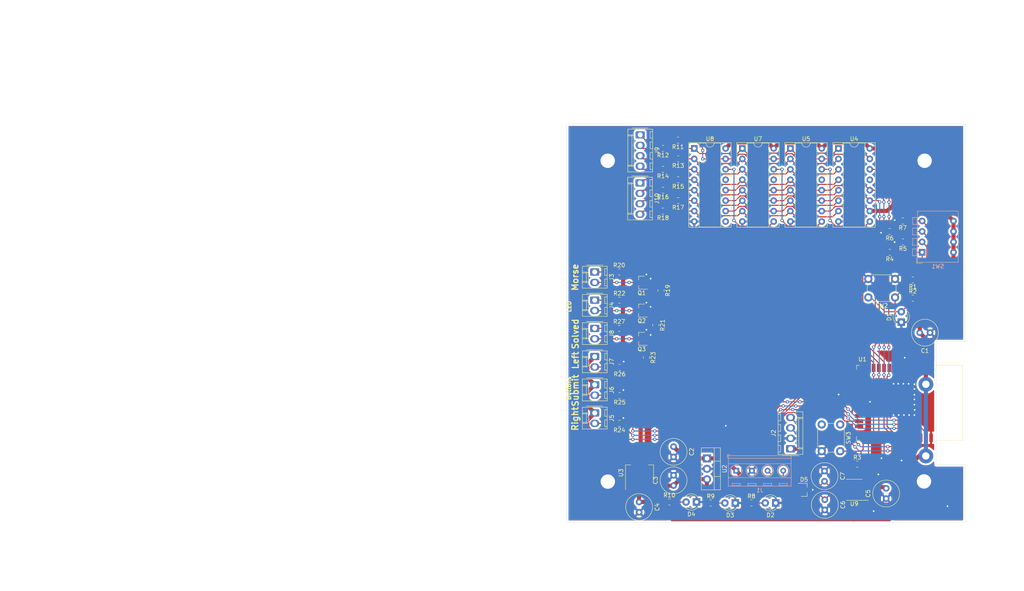
<source format=kicad_pcb>
(kicad_pcb (version 20171130) (host pcbnew "(5.1.10)-1")
  (layers (0 F.Cu signal) (31 B.Cu signal) (34 B.Paste user) (35 F.Paste user) (36 B.SilkS user) (37 F.SilkS user) (38 B.Mask user) (39 F.Mask user) (44 Edge.Cuts user))
  (net 0 "")
  (net 1 GND)
  (net 2 +12V)
  (net 3 +5V)
  (net 4 +3V3)
  (net 5 "Net-(D1-Pad2)")
  (net 6 "Net-(D2-Pad2)")
  (net 7 "Net-(D3-Pad2)")
  (net 8 "Net-(D4-Pad2)")
  (net 9 /TX)
  (net 10 /RX)
  (net 11 "Net-(U1-Pad9)")
  (net 12 "Net-(U1-Pad4)")
  (net 13 "Net-(U1-Pad5)")
  (net 14 "Net-(U1-Pad6)")
  (net 15 "Net-(U1-Pad14)")
  (net 16 "Net-(U1-Pad7)")
  (net 17 "Net-(U4-Pad9)")
  (net 18 "Net-(U4-Pad13)")
  (net 19 /CRX)
  (net 20 /CTX)
  (net 21 /CAN_H)
  (net 22 /CAN_L)
  (net 23 /Shiftregister/QB)
  (net 24 /Shiftregister/QC)
  (net 25 /Shiftregister/QD)
  (net 26 /SRCLK)
  (net 27 /Shiftregister/QE)
  (net 28 /RCLK)
  (net 29 /Shiftregister/QF)
  (net 30 /Shiftregister/QG)
  (net 31 /SER)
  (net 32 /Shiftregister/QH)
  (net 33 /Shiftregister/QA)
  (net 34 "Net-(U7-Pad9)")
  (net 35 "Net-(U8-Pad9)")
  (net 36 "Net-(U8-Pad13)")
  (net 37 "Net-(J3-Pad2)")
  (net 38 "Net-(J3-Pad1)")
  (net 39 "Net-(J4-Pad1)")
  (net 40 "Net-(J4-Pad2)")
  (net 41 "Net-(J8-Pad1)")
  (net 42 "Net-(J8-Pad2)")
  (net 43 "Net-(Q1-Pad1)")
  (net 44 "Net-(Q2-Pad1)")
  (net 45 "Net-(Q3-Pad1)")
  (net 46 "Net-(R1-Pad2)")
  (net 47 "Net-(R3-Pad2)")
  (net 48 /DIP_1)
  (net 49 /DIP_2)
  (net 50 /DIP_3)
  (net 51 /DIP_4)
  (net 52 "Net-(U1-Pad8)")
  (net 53 "Net-(U1-Pad17)")
  (net 54 "Net-(U1-Pad18)")
  (net 55 "Net-(U1-Pad19)")
  (net 56 "Net-(U1-Pad20)")
  (net 57 "Net-(U1-Pad21)")
  (net 58 "Net-(U1-Pad22)")
  (net 59 "Net-(U1-Pad24)")
  (net 60 "Net-(U1-Pad32)")
  (net 61 "Net-(U5-Pad13)")
  (net 62 "Net-(U5-Pad9)")
  (net 63 "Net-(U7-Pad13)")
  (net 64 "Net-(U9-Pad5)")
  (net 65 "Net-(J9-Pad4)")
  (net 66 "Net-(J9-Pad3)")
  (net 67 "Net-(J9-Pad2)")
  (net 68 "Net-(J9-Pad1)")
  (net 69 "Net-(J10-Pad1)")
  (net 70 "Net-(J10-Pad2)")
  (net 71 "Net-(J10-Pad3)")
  (net 72 "Net-(J10-Pad4)")
  (net 73 /Right_Button)
  (net 74 /Left_Button)
  (net 75 /Strike_LED)
  (net 76 /Solved_LED)
  (net 77 /Morse_LED)
  (net 78 /Submit_Button)
  (module Package_DIP:DIP-16_W7.62mm_Socket (layer F.Cu) (at 167.85 25.724)
    (fp_text reference U7 (at 3.81 -2.33) (layer F.SilkS))
    (fp_text value 74HC595)
    (pad 1 thru_hole rect (at 0 0) (size 1.6 1.6) (drill 0.8) (layers *.Cu *.Mask) (net 23 /Shiftregister/QB))
    (pad 9 thru_hole oval (at 7.62 17.78) (size 1.6 1.6) (drill 0.8) (layers *.Cu *.Mask) (net 34 "Net-(U7-Pad9)"))
    (pad 2 thru_hole oval (at 0 2.54) (size 1.6 1.6) (drill 0.8) (layers *.Cu *.Mask) (net 24 /Shiftregister/QC))
    (pad 10 thru_hole oval (at 7.62 15.24) (size 1.6 1.6) (drill 0.8) (layers *.Cu *.Mask) (net 4 +3V3))
    (pad 3 thru_hole oval (at 0 5.08) (size 1.6 1.6) (drill 0.8) (layers *.Cu *.Mask) (net 25 /Shiftregister/QD))
    (pad 11 thru_hole oval (at 7.62 12.7) (size 1.6 1.6) (drill 0.8) (layers *.Cu *.Mask) (net 26 /SRCLK))
    (pad 4 thru_hole oval (at 0 7.62) (size 1.6 1.6) (drill 0.8) (layers *.Cu *.Mask) (net 27 /Shiftregister/QE))
    (pad 12 thru_hole oval (at 7.62 10.16) (size 1.6 1.6) (drill 0.8) (layers *.Cu *.Mask) (net 28 /RCLK))
    (pad 5 thru_hole oval (at 0 10.16) (size 1.6 1.6) (drill 0.8) (layers *.Cu *.Mask) (net 29 /Shiftregister/QF))
    (pad 13 thru_hole oval (at 7.62 7.62) (size 1.6 1.6) (drill 0.8) (layers *.Cu *.Mask) (net 63 "Net-(U7-Pad13)"))
    (pad 6 thru_hole oval (at 0 12.7) (size 1.6 1.6) (drill 0.8) (layers *.Cu *.Mask) (net 30 /Shiftregister/QG))
    (pad 14 thru_hole oval (at 7.62 5.08) (size 1.6 1.6) (drill 0.8) (layers *.Cu *.Mask) (net 62 "Net-(U5-Pad9)"))
    (pad 7 thru_hole oval (at 0 15.24) (size 1.6 1.6) (drill 0.8) (layers *.Cu *.Mask) (net 32 /Shiftregister/QH))
    (pad 15 thru_hole oval (at 7.62 2.54) (size 1.6 1.6) (drill 0.8) (layers *.Cu *.Mask) (net 33 /Shiftregister/QA))
    (pad 8 thru_hole oval (at 0 17.78) (size 1.6 1.6) (drill 0.8) (layers *.Cu *.Mask) (net 1 GND))
    (pad 16 thru_hole oval (at 7.62 0) (size 1.6 1.6) (drill 0.8) (layers *.Cu *.Mask) (net 4 +3V3))
  )
  (module Package_DIP:DIP-16_W7.62mm_Socket (layer F.Cu) (at 179.534 25.724)
    (fp_text reference U5 (at 3.81 -2.33) (layer F.SilkS))
    (fp_text value 74HC595)
    (pad 16 thru_hole oval (at 7.62 0) (size 1.6 1.6) (drill 0.8) (layers *.Cu *.Mask) (net 4 +3V3))
    (pad 8 thru_hole oval (at 0 17.78) (size 1.6 1.6) (drill 0.8) (layers *.Cu *.Mask) (net 1 GND))
    (pad 15 thru_hole oval (at 7.62 2.54) (size 1.6 1.6) (drill 0.8) (layers *.Cu *.Mask) (net 33 /Shiftregister/QA))
    (pad 7 thru_hole oval (at 0 15.24) (size 1.6 1.6) (drill 0.8) (layers *.Cu *.Mask) (net 32 /Shiftregister/QH))
    (pad 14 thru_hole oval (at 7.62 5.08) (size 1.6 1.6) (drill 0.8) (layers *.Cu *.Mask) (net 17 "Net-(U4-Pad9)"))
    (pad 6 thru_hole oval (at 0 12.7) (size 1.6 1.6) (drill 0.8) (layers *.Cu *.Mask) (net 30 /Shiftregister/QG))
    (pad 13 thru_hole oval (at 7.62 7.62) (size 1.6 1.6) (drill 0.8) (layers *.Cu *.Mask) (net 61 "Net-(U5-Pad13)"))
    (pad 5 thru_hole oval (at 0 10.16) (size 1.6 1.6) (drill 0.8) (layers *.Cu *.Mask) (net 29 /Shiftregister/QF))
    (pad 12 thru_hole oval (at 7.62 10.16) (size 1.6 1.6) (drill 0.8) (layers *.Cu *.Mask) (net 28 /RCLK))
    (pad 4 thru_hole oval (at 0 7.62) (size 1.6 1.6) (drill 0.8) (layers *.Cu *.Mask) (net 27 /Shiftregister/QE))
    (pad 11 thru_hole oval (at 7.62 12.7) (size 1.6 1.6) (drill 0.8) (layers *.Cu *.Mask) (net 26 /SRCLK))
    (pad 3 thru_hole oval (at 0 5.08) (size 1.6 1.6) (drill 0.8) (layers *.Cu *.Mask) (net 25 /Shiftregister/QD))
    (pad 10 thru_hole oval (at 7.62 15.24) (size 1.6 1.6) (drill 0.8) (layers *.Cu *.Mask) (net 4 +3V3))
    (pad 2 thru_hole oval (at 0 2.54) (size 1.6 1.6) (drill 0.8) (layers *.Cu *.Mask) (net 24 /Shiftregister/QC))
    (pad 9 thru_hole oval (at 7.62 17.78) (size 1.6 1.6) (drill 0.8) (layers *.Cu *.Mask) (net 62 "Net-(U5-Pad9)"))
    (pad 1 thru_hole rect (at 0 0) (size 1.6 1.6) (drill 0.8) (layers *.Cu *.Mask) (net 23 /Shiftregister/QB))
  )
  (module Resistor_SMD:R_0805_2012Metric (layer F.Cu) (at 203.6725 45.917 180)
    (fp_text reference R6 (at 0 -1.65) (layer F.SilkS))
    (fp_text value 10k)
    (pad 2 smd roundrect (at 0.9125 0 180) (size 1.025 1.4) (layers F.Cu F.Paste F.Mask) (roundrect_rratio 0.243902) (net 1 GND))
    (pad 1 smd roundrect (at -0.9125 0 180) (size 1.025 1.4) (layers F.Cu F.Paste F.Mask) (roundrect_rratio 0.243902) (net 50 /DIP_3))
  )
  (module Resistor_SMD:R_0805_2012Metric (layer F.Cu) (at 206.8475 43.377 180)
    (fp_text reference R7 (at 0 -1.65) (layer F.SilkS))
    (fp_text value 10k)
    (pad 1 smd roundrect (at -0.9125 0 180) (size 1.025 1.4) (layers F.Cu F.Paste F.Mask) (roundrect_rratio 0.243902) (net 51 /DIP_4))
    (pad 2 smd roundrect (at 0.9125 0 180) (size 1.025 1.4) (layers F.Cu F.Paste F.Mask) (roundrect_rratio 0.243902) (net 1 GND))
  )
  (module Resistor_SMD:R_0805_2012Metric (layer F.Cu) (at 203.696 50.997 180)
    (fp_text reference R4 (at 0 -1.65) (layer F.SilkS))
    (fp_text value 10k)
    (pad 2 smd roundrect (at 0.9125 0 180) (size 1.025 1.4) (layers F.Cu F.Paste F.Mask) (roundrect_rratio 0.243902) (net 1 GND))
    (pad 1 smd roundrect (at -0.9125 0 180) (size 1.025 1.4) (layers F.Cu F.Paste F.Mask) (roundrect_rratio 0.243902) (net 48 /DIP_1))
  )
  (module Resistor_SMD:R_0805_2012Metric (layer F.Cu) (at 206.8945 48.457 180)
    (fp_text reference R5 (at 0 -1.65) (layer F.SilkS))
    (fp_text value 10k)
    (pad 1 smd roundrect (at -0.9125 0 180) (size 1.025 1.4) (layers F.Cu F.Paste F.Mask) (roundrect_rratio 0.243902) (net 49 /DIP_2))
    (pad 2 smd roundrect (at 0.9125 0 180) (size 1.025 1.4) (layers F.Cu F.Paste F.Mask) (roundrect_rratio 0.243902) (net 1 GND))
  )
  (module Button_Switch_THT:SW_DIP_SPSTx04_Piano_CTS_Series194-4MSTN_W7.62mm_P2.54mm (layer B.Cu) (at 211.57 50.997)
    (fp_text reference SW1 (at 3.81 3.42) (layer B.SilkS) (effects (justify mirror)))
    (fp_text value SW_DIP_x04)
    (pad 1 thru_hole rect (at 0 0) (size 1.6 1.6) (drill 0.8) (layers *.Cu *.Mask) (net 48 /DIP_1))
    (pad 5 thru_hole oval (at 7.62 -7.62) (size 1.6 1.6) (drill 0.8) (layers *.Cu *.Mask) (net 4 +3V3))
    (pad 2 thru_hole oval (at 0 -2.54) (size 1.6 1.6) (drill 0.8) (layers *.Cu *.Mask) (net 49 /DIP_2))
    (pad 6 thru_hole oval (at 7.62 -5.08) (size 1.6 1.6) (drill 0.8) (layers *.Cu *.Mask) (net 4 +3V3))
    (pad 3 thru_hole oval (at 0 -5.08) (size 1.6 1.6) (drill 0.8) (layers *.Cu *.Mask) (net 50 /DIP_3))
    (pad 7 thru_hole oval (at 7.62 -2.54) (size 1.6 1.6) (drill 0.8) (layers *.Cu *.Mask) (net 4 +3V3))
    (pad 4 thru_hole oval (at 0 -7.62) (size 1.6 1.6) (drill 0.8) (layers *.Cu *.Mask) (net 51 /DIP_4))
    (pad 8 thru_hole oval (at 7.62 0) (size 1.6 1.6) (drill 0.8) (layers *.Cu *.Mask) (net 4 +3V3))
  )
  (module Capacitor_THT:C_Radial_D6.3mm_H11.0mm_P2.50mm (layer F.Cu) (at 187.832 104.209 270)
    (fp_text reference C7 (at 1.25 -4.4 90) (layer F.SilkS))
    (fp_text value 47pF)
    (pad 2 thru_hole circle (at 2.5 0 270) (size 1.6 1.6) (drill 0.8) (layers *.Cu *.Mask) (net 22 /CAN_L))
    (pad 1 thru_hole circle (at 0 0 270) (size 1.6 1.6) (drill 0.8) (layers *.Cu *.Mask) (net 1 GND))
  )
  (module Package_DIP:DIP-16_W7.62mm_Socket (layer F.Cu) (at 156.166 25.724)
    (fp_text reference U8 (at 3.81 -2.33) (layer F.SilkS))
    (fp_text value 74HC595)
    (pad 1 thru_hole rect (at 0 0) (size 1.6 1.6) (drill 0.8) (layers *.Cu *.Mask) (net 23 /Shiftregister/QB))
    (pad 9 thru_hole oval (at 7.62 17.78) (size 1.6 1.6) (drill 0.8) (layers *.Cu *.Mask) (net 35 "Net-(U8-Pad9)"))
    (pad 2 thru_hole oval (at 0 2.54) (size 1.6 1.6) (drill 0.8) (layers *.Cu *.Mask) (net 24 /Shiftregister/QC))
    (pad 10 thru_hole oval (at 7.62 15.24) (size 1.6 1.6) (drill 0.8) (layers *.Cu *.Mask) (net 4 +3V3))
    (pad 3 thru_hole oval (at 0 5.08) (size 1.6 1.6) (drill 0.8) (layers *.Cu *.Mask) (net 25 /Shiftregister/QD))
    (pad 11 thru_hole oval (at 7.62 12.7) (size 1.6 1.6) (drill 0.8) (layers *.Cu *.Mask) (net 26 /SRCLK))
    (pad 4 thru_hole oval (at 0 7.62) (size 1.6 1.6) (drill 0.8) (layers *.Cu *.Mask) (net 27 /Shiftregister/QE))
    (pad 12 thru_hole oval (at 7.62 10.16) (size 1.6 1.6) (drill 0.8) (layers *.Cu *.Mask) (net 28 /RCLK))
    (pad 5 thru_hole oval (at 0 10.16) (size 1.6 1.6) (drill 0.8) (layers *.Cu *.Mask) (net 29 /Shiftregister/QF))
    (pad 13 thru_hole oval (at 7.62 7.62) (size 1.6 1.6) (drill 0.8) (layers *.Cu *.Mask) (net 36 "Net-(U8-Pad13)"))
    (pad 6 thru_hole oval (at 0 12.7) (size 1.6 1.6) (drill 0.8) (layers *.Cu *.Mask) (net 30 /Shiftregister/QG))
    (pad 14 thru_hole oval (at 7.62 5.08) (size 1.6 1.6) (drill 0.8) (layers *.Cu *.Mask) (net 34 "Net-(U7-Pad9)"))
    (pad 7 thru_hole oval (at 0 15.24) (size 1.6 1.6) (drill 0.8) (layers *.Cu *.Mask) (net 32 /Shiftregister/QH))
    (pad 15 thru_hole oval (at 7.62 2.54) (size 1.6 1.6) (drill 0.8) (layers *.Cu *.Mask) (net 33 /Shiftregister/QA))
    (pad 8 thru_hole oval (at 0 17.78) (size 1.6 1.6) (drill 0.8) (layers *.Cu *.Mask) (net 1 GND))
    (pad 16 thru_hole oval (at 7.62 0) (size 1.6 1.6) (drill 0.8) (layers *.Cu *.Mask) (net 4 +3V3))
  )
  (module Package_TO_SOT_SMD:SOT-223-3_TabPin2 (layer F.Cu) (at 142.8496 104.648 90)
    (fp_text reference U3 (at 0 -4.5 90) (layer F.SilkS))
    (fp_text value AMS1117-3.3)
    (pad 2 smd rect (at 3.15 0 90) (size 2 3.8) (layers F.Cu F.Paste F.Mask) (net 4 +3V3))
    (pad 2 smd rect (at -3.15 0 90) (size 2 1.5) (layers F.Cu F.Paste F.Mask) (net 4 +3V3))
    (pad 3 smd rect (at -3.15 2.3 90) (size 2 1.5) (layers F.Cu F.Paste F.Mask) (net 3 +5V))
    (pad 1 smd rect (at -3.15 -2.3 90) (size 2 1.5) (layers F.Cu F.Paste F.Mask) (net 1 GND))
  )
  (module Capacitor_THT:C_Radial_D6.3mm_H7.0mm_P2.50mm (layer F.Cu) (at 151.135 107.746 90)
    (fp_text reference C3 (at 1.25 -4.4 90) (layer F.SilkS))
    (fp_text value 68uF)
    (pad 1 thru_hole circle (at 0 0 90) (size 1.6 1.6) (drill 0.8) (layers *.Cu *.Mask) (net 3 +5V))
    (pad 2 thru_hole circle (at 2.5 0 90) (size 1.6 1.6) (drill 0.8) (layers *.Cu *.Mask) (net 1 GND))
  )
  (module Capacitor_THT:C_Radial_D6.3mm_H7.0mm_P2.50mm (layer F.Cu) (at 151.13 98.298 270)
    (fp_text reference C2 (at 1.25 -4.4 90) (layer F.SilkS))
    (fp_text value 22uF)
    (pad 2 thru_hole circle (at 2.5 0 270) (size 1.6 1.6) (drill 0.8) (layers *.Cu *.Mask) (net 1 GND))
    (pad 1 thru_hole circle (at 0 0 270) (size 1.6 1.6) (drill 0.8) (layers *.Cu *.Mask) (net 2 +12V))
  )
  (module Capacitor_THT:C_Radial_D6.3mm_H7.0mm_P2.50mm (layer F.Cu) (at 142.748 111.746 270)
    (fp_text reference C4 (at 1.25 -4.4 90) (layer F.SilkS))
    (fp_text value 22uF)
    (pad 1 thru_hole circle (at 0 0 270) (size 1.6 1.6) (drill 0.8) (layers *.Cu *.Mask) (net 4 +3V3))
    (pad 2 thru_hole circle (at 2.5 0 270) (size 1.6 1.6) (drill 0.8) (layers *.Cu *.Mask) (net 1 GND))
  )
  (module Capacitor_THT:C_Radial_D6.3mm_H11.0mm_P2.50mm (layer F.Cu) (at 213.487 70.5485 180)
    (fp_text reference C1 (at 1.25 -4.4) (layer F.SilkS))
    (fp_text value 100u)
    (pad 2 thru_hole circle (at 2.5 0 180) (size 1.6 1.6) (drill 0.8) (layers *.Cu *.Mask) (net 4 +3V3))
    (pad 1 thru_hole circle (at 0 0 180) (size 1.6 1.6) (drill 0.8) (layers *.Cu *.Mask) (net 1 GND))
  )
  (module Capacitor_THT:C_Radial_D6.3mm_H11.0mm_P2.50mm (layer F.Cu) (at 202.824 110.94 90)
    (fp_text reference C5 (at 1.25 -4.4 90) (layer F.SilkS))
    (fp_text value 100n)
    (pad 1 thru_hole circle (at 0 0 90) (size 1.6 1.6) (drill 0.8) (layers *.Cu *.Mask) (net 1 GND))
    (pad 2 thru_hole circle (at 2.5 0 90) (size 1.6 1.6) (drill 0.8) (layers *.Cu *.Mask) (net 4 +3V3))
  )
  (module Capacitor_THT:C_Radial_D6.3mm_H11.0mm_P2.50mm (layer F.Cu) (at 187.902 111.194 270)
    (fp_text reference C6 (at 1.25 -4.4 90) (layer F.SilkS))
    (fp_text value 47pF)
    (pad 1 thru_hole circle (at 0 0 270) (size 1.6 1.6) (drill 0.8) (layers *.Cu *.Mask) (net 21 /CAN_H))
    (pad 2 thru_hole circle (at 2.5 0 270) (size 1.6 1.6) (drill 0.8) (layers *.Cu *.Mask) (net 1 GND))
  )
  (module LED_THT:LED_D3.0mm (layer F.Cu) (at 206.507 67.998 90)
    (fp_text reference D1 (at 1.27 -2.96 90) (layer F.SilkS))
    (fp_text value LED)
    (pad 2 thru_hole circle (at 2.54 0 90) (size 1.8 1.8) (drill 0.9) (layers *.Cu *.Mask) (net 5 "Net-(D1-Pad2)"))
    (pad 1 thru_hole rect (at 0 0 90) (size 1.8 1.8) (drill 0.9) (layers *.Cu *.Mask) (net 1 GND))
  )
  (module LED_THT:LED_D3.0mm (layer F.Cu) (at 175.964 111.991 180)
    (fp_text reference D2 (at 1.27 -2.96) (layer F.SilkS))
    (fp_text value LED)
    (pad 1 thru_hole rect (at 0 0 180) (size 1.8 1.8) (drill 0.9) (layers *.Cu *.Mask) (net 1 GND))
    (pad 2 thru_hole circle (at 2.54 0 180) (size 1.8 1.8) (drill 0.9) (layers *.Cu *.Mask) (net 6 "Net-(D2-Pad2)"))
  )
  (module LED_THT:LED_D3.0mm (layer F.Cu) (at 166.153 112.006 180)
    (fp_text reference D3 (at 1.27 -2.96) (layer F.SilkS))
    (fp_text value LED)
    (pad 2 thru_hole circle (at 2.54 0 180) (size 1.8 1.8) (drill 0.9) (layers *.Cu *.Mask) (net 7 "Net-(D3-Pad2)"))
    (pad 1 thru_hole rect (at 0 0 180) (size 1.8 1.8) (drill 0.9) (layers *.Cu *.Mask) (net 1 GND))
  )
  (module LED_THT:LED_D3.0mm (layer F.Cu) (at 156.718 111.76 180)
    (fp_text reference D4 (at 1.27 -2.96) (layer F.SilkS))
    (fp_text value LED)
    (pad 1 thru_hole rect (at 0 0 180) (size 1.8 1.8) (drill 0.9) (layers *.Cu *.Mask) (net 1 GND))
    (pad 2 thru_hole circle (at 2.54 0 180) (size 1.8 1.8) (drill 0.9) (layers *.Cu *.Mask) (net 8 "Net-(D4-Pad2)"))
  )
  (module Package_TO_SOT_SMD:SOT-23 (layer F.Cu) (at 182.848 108.796)
    (fp_text reference D5 (at 0 -2.5) (layer F.SilkS))
    (fp_text value NUP2105L)
    (pad 1 smd rect (at -1 -0.95) (size 0.9 0.8) (layers F.Cu F.Paste F.Mask) (net 22 /CAN_L))
    (pad 2 smd rect (at -1 0.95) (size 0.9 0.8) (layers F.Cu F.Paste F.Mask) (net 21 /CAN_H))
    (pad 3 smd rect (at 1 0) (size 0.9 0.8) (layers F.Cu F.Paste F.Mask) (net 1 GND))
  )
  (module TerminalBlock_MetzConnect:TerminalBlock_MetzConnect_Type086_RT03404HBLC_1x04_P3.81mm_Horizontal (layer B.Cu) (at 166.37 104.14)
    (fp_text reference J1 (at 5.715 4.76) (layer B.SilkS) (effects (justify mirror)))
    (fp_text value Screw_Terminal_01x04)
    (pad 1 thru_hole rect (at 0 0) (size 1.4 1.4) (drill 0.7) (layers *.Cu *.Mask) (net 2 +12V))
    (pad 2 thru_hole circle (at 3.81 0) (size 1.4 1.4) (drill 0.7) (layers *.Cu *.Mask) (net 1 GND))
    (pad 3 thru_hole circle (at 7.62 0) (size 1.4 1.4) (drill 0.7) (layers *.Cu *.Mask) (net 21 /CAN_H))
    (pad 4 thru_hole circle (at 11.43 0) (size 1.4 1.4) (drill 0.7) (layers *.Cu *.Mask) (net 22 /CAN_L))
  )
  (module Resistor_SMD:R_0805_2012Metric (layer F.Cu) (at 209.301 62.156)
    (fp_text reference R2 (at 0 -1.65) (layer F.SilkS))
    (fp_text value 56)
    (pad 1 smd roundrect (at -0.9125 0) (size 1.025 1.4) (layers F.Cu F.Paste F.Mask) (roundrect_rratio 0.243902) (net 5 "Net-(D1-Pad2)"))
    (pad 2 smd roundrect (at 0.9125 0) (size 1.025 1.4) (layers F.Cu F.Paste F.Mask) (roundrect_rratio 0.243902) (net 4 +3V3))
  )
  (module Resistor_SMD:R_0805_2012Metric (layer F.Cu) (at 209.301 57.711 180)
    (fp_text reference R1 (at 0 -1.65) (layer F.SilkS))
    (fp_text value 10k)
    (pad 1 smd roundrect (at -0.9125 0 180) (size 1.025 1.4) (layers F.Cu F.Paste F.Mask) (roundrect_rratio 0.243902) (net 4 +3V3))
    (pad 2 smd roundrect (at 0.9125 0 180) (size 1.025 1.4) (layers F.Cu F.Paste F.Mask) (roundrect_rratio 0.243902) (net 46 "Net-(R1-Pad2)"))
  )
  (module Resistor_SMD:R_0805_2012Metric (layer F.Cu) (at 170.0515 111.991)
    (fp_text reference R8 (at 0 -1.65) (layer F.SilkS))
    (fp_text value 510)
    (pad 2 smd roundrect (at 0.9125 0) (size 1.025 1.4) (layers F.Cu F.Paste F.Mask) (roundrect_rratio 0.243902) (net 6 "Net-(D2-Pad2)"))
    (pad 1 smd roundrect (at -0.9125 0) (size 1.025 1.4) (layers F.Cu F.Paste F.Mask) (roundrect_rratio 0.243902) (net 2 +12V))
  )
  (module Resistor_SMD:R_0805_2012Metric (layer F.Cu) (at 195.7995 102.558)
    (fp_text reference R3 (at 0 -1.65) (layer F.SilkS))
    (fp_text value 10k)
    (pad 2 smd roundrect (at 0.9125 0) (size 1.025 1.4) (layers F.Cu F.Paste F.Mask) (roundrect_rratio 0.243902) (net 47 "Net-(R3-Pad2)"))
    (pad 1 smd roundrect (at -0.9125 0) (size 1.025 1.4) (layers F.Cu F.Paste F.Mask) (roundrect_rratio 0.243902) (net 4 +3V3))
  )
  (module Resistor_SMD:R_0805_2012Metric (layer F.Cu) (at 160.153 112.006)
    (fp_text reference R9 (at 0 -1.65) (layer F.SilkS))
    (fp_text value 180)
    (pad 1 smd roundrect (at -0.9125 0) (size 1.025 1.4) (layers F.Cu F.Paste F.Mask) (roundrect_rratio 0.243902) (net 3 +5V))
    (pad 2 smd roundrect (at 0.9125 0) (size 1.025 1.4) (layers F.Cu F.Paste F.Mask) (roundrect_rratio 0.243902) (net 7 "Net-(D3-Pad2)"))
  )
  (module Resistor_SMD:R_0805_2012Metric (layer F.Cu) (at 150.114 111.76)
    (fp_text reference R10 (at 0 -1.65) (layer F.SilkS))
    (fp_text value 56)
    (pad 2 smd roundrect (at 0.9125 0) (size 1.025 1.4) (layers F.Cu F.Paste F.Mask) (roundrect_rratio 0.243902) (net 8 "Net-(D4-Pad2)"))
    (pad 1 smd roundrect (at -0.9125 0) (size 1.025 1.4) (layers F.Cu F.Paste F.Mask) (roundrect_rratio 0.243902) (net 4 +3V3))
  )
  (module Package_TO_SOT_THT:TO-220-3_Vertical (layer F.Cu) (at 159.258 101.145 270)
    (fp_text reference U2 (at 2.54 -4.27 90) (layer F.SilkS))
    (fp_text value LM7805_TO220)
    (pad 1 thru_hole rect (at 0 0 270) (size 1.905 2) (drill 1.1) (layers *.Cu *.Mask) (net 2 +12V))
    (pad 2 thru_hole oval (at 2.54 0 270) (size 1.905 2) (drill 1.1) (layers *.Cu *.Mask) (net 1 GND))
    (pad 3 thru_hole oval (at 5.08 0 270) (size 1.905 2) (drill 1.1) (layers *.Cu *.Mask) (net 3 +5V))
  )
  (module Package_DIP:DIP-16_W7.62mm_Socket (layer F.Cu) (at 191.218 25.724)
    (fp_text reference U4 (at 3.81 -2.33) (layer F.SilkS))
    (fp_text value 74HC595)
    (pad 1 thru_hole rect (at 0 0) (size 1.6 1.6) (drill 0.8) (layers *.Cu *.Mask) (net 23 /Shiftregister/QB))
    (pad 9 thru_hole oval (at 7.62 17.78) (size 1.6 1.6) (drill 0.8) (layers *.Cu *.Mask) (net 17 "Net-(U4-Pad9)"))
    (pad 2 thru_hole oval (at 0 2.54) (size 1.6 1.6) (drill 0.8) (layers *.Cu *.Mask) (net 24 /Shiftregister/QC))
    (pad 10 thru_hole oval (at 7.62 15.24) (size 1.6 1.6) (drill 0.8) (layers *.Cu *.Mask) (net 4 +3V3))
    (pad 3 thru_hole oval (at 0 5.08) (size 1.6 1.6) (drill 0.8) (layers *.Cu *.Mask) (net 25 /Shiftregister/QD))
    (pad 11 thru_hole oval (at 7.62 12.7) (size 1.6 1.6) (drill 0.8) (layers *.Cu *.Mask) (net 26 /SRCLK))
    (pad 4 thru_hole oval (at 0 7.62) (size 1.6 1.6) (drill 0.8) (layers *.Cu *.Mask) (net 27 /Shiftregister/QE))
    (pad 12 thru_hole oval (at 7.62 10.16) (size 1.6 1.6) (drill 0.8) (layers *.Cu *.Mask) (net 28 /RCLK))
    (pad 5 thru_hole oval (at 0 10.16) (size 1.6 1.6) (drill 0.8) (layers *.Cu *.Mask) (net 29 /Shiftregister/QF))
    (pad 13 thru_hole oval (at 7.62 7.62) (size 1.6 1.6) (drill 0.8) (layers *.Cu *.Mask) (net 18 "Net-(U4-Pad13)"))
    (pad 6 thru_hole oval (at 0 12.7) (size 1.6 1.6) (drill 0.8) (layers *.Cu *.Mask) (net 30 /Shiftregister/QG))
    (pad 14 thru_hole oval (at 7.62 5.08) (size 1.6 1.6) (drill 0.8) (layers *.Cu *.Mask) (net 31 /SER))
    (pad 7 thru_hole oval (at 0 15.24) (size 1.6 1.6) (drill 0.8) (layers *.Cu *.Mask) (net 32 /Shiftregister/QH))
    (pad 15 thru_hole oval (at 7.62 2.54) (size 1.6 1.6) (drill 0.8) (layers *.Cu *.Mask) (net 33 /Shiftregister/QA))
    (pad 8 thru_hole oval (at 0 17.78) (size 1.6 1.6) (drill 0.8) (layers *.Cu *.Mask) (net 1 GND))
    (pad 16 thru_hole oval (at 7.62 0) (size 1.6 1.6) (drill 0.8) (layers *.Cu *.Mask) (net 4 +3V3))
  )
  (module RF_Module:ESP32-WROOM-32 (layer F.Cu) (at 205.486 87.63 270)
    (fp_text reference U1 (at -10.61 8.43) (layer F.SilkS))
    (fp_text value ESP32-WROOM-32D)
    (pad 39 smd rect (at -1 -0.755 270) (size 5 5) (layers F.Cu F.Paste F.Mask) (net 1 GND))
    (pad 1 smd rect (at -8.5 -8.255 270) (size 2 0.9) (layers F.Cu F.Paste F.Mask) (net 1 GND))
    (pad 2 smd rect (at -8.5 -6.985 270) (size 2 0.9) (layers F.Cu F.Paste F.Mask) (net 4 +3V3))
    (pad 3 smd rect (at -8.5 -5.715 270) (size 2 0.9) (layers F.Cu F.Paste F.Mask) (net 46 "Net-(R1-Pad2)"))
    (pad 4 smd rect (at -8.5 -4.445 270) (size 2 0.9) (layers F.Cu F.Paste F.Mask) (net 12 "Net-(U1-Pad4)"))
    (pad 5 smd rect (at -8.5 -3.175 270) (size 2 0.9) (layers F.Cu F.Paste F.Mask) (net 13 "Net-(U1-Pad5)"))
    (pad 6 smd rect (at -8.5 -1.905 270) (size 2 0.9) (layers F.Cu F.Paste F.Mask) (net 14 "Net-(U1-Pad6)"))
    (pad 7 smd rect (at -8.5 -0.635 270) (size 2 0.9) (layers F.Cu F.Paste F.Mask) (net 16 "Net-(U1-Pad7)"))
    (pad 8 smd rect (at -8.5 0.635 270) (size 2 0.9) (layers F.Cu F.Paste F.Mask) (net 52 "Net-(U1-Pad8)"))
    (pad 9 smd rect (at -8.5 1.905 270) (size 2 0.9) (layers F.Cu F.Paste F.Mask) (net 11 "Net-(U1-Pad9)"))
    (pad 10 smd rect (at -8.5 3.175 270) (size 2 0.9) (layers F.Cu F.Paste F.Mask) (net 31 /SER))
    (pad 11 smd rect (at -8.5 4.445 270) (size 2 0.9) (layers F.Cu F.Paste F.Mask) (net 28 /RCLK))
    (pad 12 smd rect (at -8.5 5.715 270) (size 2 0.9) (layers F.Cu F.Paste F.Mask) (net 26 /SRCLK))
    (pad 13 smd rect (at -8.5 6.985 270) (size 2 0.9) (layers F.Cu F.Paste F.Mask) (net 74 /Left_Button))
    (pad 14 smd rect (at -8.5 8.255 270) (size 2 0.9) (layers F.Cu F.Paste F.Mask) (net 15 "Net-(U1-Pad14)"))
    (pad 15 smd rect (at -5.715 9.255) (size 2 0.9) (layers F.Cu F.Paste F.Mask) (net 1 GND))
    (pad 16 smd rect (at -4.445 9.255) (size 2 0.9) (layers F.Cu F.Paste F.Mask) (net 78 /Submit_Button))
    (pad 17 smd rect (at -3.175 9.255) (size 2 0.9) (layers F.Cu F.Paste F.Mask) (net 53 "Net-(U1-Pad17)"))
    (pad 18 smd rect (at -1.905 9.255) (size 2 0.9) (layers F.Cu F.Paste F.Mask) (net 54 "Net-(U1-Pad18)"))
    (pad 19 smd rect (at -0.635 9.255) (size 2 0.9) (layers F.Cu F.Paste F.Mask) (net 55 "Net-(U1-Pad19)"))
    (pad 20 smd rect (at 0.635 9.255) (size 2 0.9) (layers F.Cu F.Paste F.Mask) (net 56 "Net-(U1-Pad20)"))
    (pad 21 smd rect (at 1.905 9.255) (size 2 0.9) (layers F.Cu F.Paste F.Mask) (net 57 "Net-(U1-Pad21)"))
    (pad 22 smd rect (at 3.175 9.255) (size 2 0.9) (layers F.Cu F.Paste F.Mask) (net 58 "Net-(U1-Pad22)"))
    (pad 23 smd rect (at 4.445 9.255) (size 2 0.9) (layers F.Cu F.Paste F.Mask) (net 73 /Right_Button))
    (pad 24 smd rect (at 5.715 9.255) (size 2 0.9) (layers F.Cu F.Paste F.Mask) (net 59 "Net-(U1-Pad24)"))
    (pad 25 smd rect (at 8.5 8.255 270) (size 2 0.9) (layers F.Cu F.Paste F.Mask) (net 47 "Net-(R3-Pad2)"))
    (pad 26 smd rect (at 8.5 6.985 270) (size 2 0.9) (layers F.Cu F.Paste F.Mask) (net 19 /CRX))
    (pad 27 smd rect (at 8.5 5.715 270) (size 2 0.9) (layers F.Cu F.Paste F.Mask) (net 48 /DIP_1))
    (pad 28 smd rect (at 8.5 4.445 270) (size 2 0.9) (layers F.Cu F.Paste F.Mask) (net 49 /DIP_2))
    (pad 29 smd rect (at 8.5 3.175 270) (size 2 0.9) (layers F.Cu F.Paste F.Mask) (net 20 /CTX))
    (pad 30 smd rect (at 8.5 1.905 270) (size 2 0.9) (layers F.Cu F.Paste F.Mask) (net 50 /DIP_3))
    (pad 31 smd rect (at 8.5 0.635 270) (size 2 0.9) (layers F.Cu F.Paste F.Mask) (net 51 /DIP_4))
    (pad 32 smd rect (at 8.5 -0.635 270) (size 2 0.9) (layers F.Cu F.Paste F.Mask) (net 60 "Net-(U1-Pad32)"))
    (pad 33 smd rect (at 8.5 -1.905 270) (size 2 0.9) (layers F.Cu F.Paste F.Mask) (net 76 /Solved_LED))
    (pad 34 smd rect (at 8.5 -3.175 270) (size 2 0.9) (layers F.Cu F.Paste F.Mask) (net 10 /RX))
    (pad 35 smd rect (at 8.5 -4.445 270) (size 2 0.9) (layers F.Cu F.Paste F.Mask) (net 9 /TX))
    (pad 36 smd rect (at 8.5 -5.715 270) (size 2 0.9) (layers F.Cu F.Paste F.Mask) (net 75 /Strike_LED))
    (pad 37 smd rect (at 8.5 -6.985 270) (size 2 0.9) (layers F.Cu F.Paste F.Mask) (net 77 /Morse_LED))
    (pad 38 smd rect (at 8.5 -8.255 270) (size 2 0.9) (layers F.Cu F.Paste F.Mask) (net 1 GND))
  )
  (module Package_SO:SOIC-8_3.9x4.9mm_P1.27mm (layer F.Cu) (at 195.054 108.783 180)
    (fp_text reference U9 (at 0 -3.4) (layer F.SilkS))
    (fp_text value SN65HVD230)
    (pad 1 smd roundrect (at -2.475 -1.905 180) (size 1.95 0.6) (layers F.Cu F.Paste F.Mask) (net 20 /CTX))
    (pad 2 smd roundrect (at -2.475 -0.635 180) (size 1.95 0.6) (layers F.Cu F.Paste F.Mask) (net 1 GND))
    (pad 3 smd roundrect (at -2.475 0.635 180) (size 1.95 0.6) (layers F.Cu F.Paste F.Mask) (net 4 +3V3))
    (pad 4 smd roundrect (at -2.475 1.905 180) (size 1.95 0.6) (layers F.Cu F.Paste F.Mask) (net 19 /CRX))
    (pad 5 smd roundrect (at 2.475 1.905 180) (size 1.95 0.6) (layers F.Cu F.Paste F.Mask) (net 64 "Net-(U9-Pad5)"))
    (pad 6 smd roundrect (at 2.475 0.635 180) (size 1.95 0.6) (layers F.Cu F.Paste F.Mask) (net 22 /CAN_L))
    (pad 7 smd roundrect (at 2.475 -0.635 180) (size 1.95 0.6) (layers F.Cu F.Paste F.Mask) (net 21 /CAN_H))
    (pad 8 smd roundrect (at 2.475 -1.905 180) (size 1.95 0.6) (layers F.Cu F.Paste F.Mask) (net 1 GND))
  )
  (module Connector_Molex:Molex_KK-254_AE-6410-02A_1x02_P2.54mm_Vertical (layer F.Cu) (at 131.958 55.79 270)
    (fp_text reference J3 (at 1.27 -4.12 90) (layer F.SilkS))
    (fp_text value Conn_01x02_Female)
    (pad 2 thru_hole oval (at 2.54 0 270) (size 1.74 2.19) (drill 1.19) (layers *.Cu *.Mask) (net 37 "Net-(J3-Pad2)"))
    (pad 1 thru_hole roundrect (at 0 0 270) (size 1.74 2.19) (drill 1.19) (layers *.Cu *.Mask) (roundrect_rratio 0.143678) (net 38 "Net-(J3-Pad1)"))
  )
  (module Connector_Molex:Molex_KK-254_AE-6410-02A_1x02_P2.54mm_Vertical (layer F.Cu) (at 131.958 62.648 270)
    (fp_text reference J4 (at 1.27 -4.12 90) (layer F.SilkS))
    (fp_text value Conn_01x02_Female)
    (pad 1 thru_hole roundrect (at 0 0 270) (size 1.74 2.19) (drill 1.19) (layers *.Cu *.Mask) (roundrect_rratio 0.143678) (net 39 "Net-(J4-Pad1)"))
    (pad 2 thru_hole oval (at 2.54 0 270) (size 1.74 2.19) (drill 1.19) (layers *.Cu *.Mask) (net 40 "Net-(J4-Pad2)"))
  )
  (module Connector_Molex:Molex_KK-254_AE-6410-02A_1x02_P2.54mm_Vertical (layer F.Cu) (at 131.958 90.08 270)
    (fp_text reference J5 (at 1.27 -4.12 90) (layer F.SilkS))
    (fp_text value Conn_01x02_Female)
    (pad 2 thru_hole oval (at 2.54 0 270) (size 1.74 2.19) (drill 1.19) (layers *.Cu *.Mask) (net 73 /Right_Button))
    (pad 1 thru_hole roundrect (at 0 0 270) (size 1.74 2.19) (drill 1.19) (layers *.Cu *.Mask) (roundrect_rratio 0.143678) (net 4 +3V3))
  )
  (module Connector_Molex:Molex_KK-254_AE-6410-02A_1x02_P2.54mm_Vertical (layer F.Cu) (at 131.958 83.222 270)
    (fp_text reference J6 (at 1.27 -4.12 90) (layer F.SilkS))
    (fp_text value Conn_01x02_Female)
    (pad 2 thru_hole oval (at 2.54 0 270) (size 1.74 2.19) (drill 1.19) (layers *.Cu *.Mask) (net 78 /Submit_Button))
    (pad 1 thru_hole roundrect (at 0 0 270) (size 1.74 2.19) (drill 1.19) (layers *.Cu *.Mask) (roundrect_rratio 0.143678) (net 4 +3V3))
  )
  (module Connector_Molex:Molex_KK-254_AE-6410-02A_1x02_P2.54mm_Vertical (layer F.Cu) (at 131.958 76.364 270)
    (fp_text reference J7 (at 1.27 -4.12 90) (layer F.SilkS))
    (fp_text value Conn_01x02_Female)
    (pad 1 thru_hole roundrect (at 0 0 270) (size 1.74 2.19) (drill 1.19) (layers *.Cu *.Mask) (roundrect_rratio 0.143678) (net 4 +3V3))
    (pad 2 thru_hole oval (at 2.54 0 270) (size 1.74 2.19) (drill 1.19) (layers *.Cu *.Mask) (net 74 /Left_Button))
  )
  (module Connector_Molex:Molex_KK-254_AE-6410-02A_1x02_P2.54mm_Vertical (layer F.Cu) (at 131.958 69.506 270)
    (fp_text reference J8 (at 1.27 -4.12 90) (layer F.SilkS))
    (fp_text value Conn_01x02_Female)
    (pad 1 thru_hole roundrect (at 0 0 270) (size 1.74 2.19) (drill 1.19) (layers *.Cu *.Mask) (roundrect_rratio 0.143678) (net 41 "Net-(J8-Pad1)"))
    (pad 2 thru_hole oval (at 2.54 0 270) (size 1.74 2.19) (drill 1.19) (layers *.Cu *.Mask) (net 42 "Net-(J8-Pad2)"))
  )
  (module Package_TO_SOT_SMD:SOT-23 (layer F.Cu) (at 143.388 58.396 180)
    (fp_text reference Q1 (at 0 -2.5) (layer F.SilkS))
    (fp_text value AO3400A)
    (pad 1 smd rect (at -1 -0.95 180) (size 0.9 0.8) (layers F.Cu F.Paste F.Mask) (net 43 "Net-(Q1-Pad1)"))
    (pad 2 smd rect (at -1 0.95 180) (size 0.9 0.8) (layers F.Cu F.Paste F.Mask) (net 1 GND))
    (pad 3 smd rect (at 1 0 180) (size 0.9 0.8) (layers F.Cu F.Paste F.Mask) (net 37 "Net-(J3-Pad2)"))
  )
  (module Package_TO_SOT_SMD:SOT-23 (layer F.Cu) (at 143.388 65.188 180)
    (fp_text reference Q2 (at 0 -2.5) (layer F.SilkS))
    (fp_text value AO3400A)
    (pad 3 smd rect (at 1 0 180) (size 0.9 0.8) (layers F.Cu F.Paste F.Mask) (net 40 "Net-(J4-Pad2)"))
    (pad 2 smd rect (at -1 0.95 180) (size 0.9 0.8) (layers F.Cu F.Paste F.Mask) (net 1 GND))
    (pad 1 smd rect (at -1 -0.95 180) (size 0.9 0.8) (layers F.Cu F.Paste F.Mask) (net 44 "Net-(Q2-Pad1)"))
  )
  (module Package_TO_SOT_SMD:SOT-23 (layer F.Cu) (at 143.388 72.046 180)
    (fp_text reference Q3 (at 0 -2.5) (layer F.SilkS))
    (fp_text value AO3400A)
    (pad 1 smd rect (at -1 -0.95 180) (size 0.9 0.8) (layers F.Cu F.Paste F.Mask) (net 45 "Net-(Q3-Pad1)"))
    (pad 2 smd rect (at -1 0.95 180) (size 0.9 0.8) (layers F.Cu F.Paste F.Mask) (net 1 GND))
    (pad 3 smd rect (at 1 0 180) (size 0.9 0.8) (layers F.Cu F.Paste F.Mask) (net 42 "Net-(J8-Pad2)"))
  )
  (module Resistor_SMD:R_0805_2012Metric (layer F.Cu) (at 152.2055 23.692 180)
    (fp_text reference R11 (at 0 -1.65) (layer F.SilkS))
    (fp_text value 150)
    (pad 2 smd roundrect (at 0.9125 0 180) (size 1.025 1.4) (layers F.Cu F.Paste F.Mask) (roundrect_rratio 0.243902) (net 68 "Net-(J9-Pad1)"))
    (pad 1 smd roundrect (at -0.9125 0 180) (size 1.025 1.4) (layers F.Cu F.Paste F.Mask) (roundrect_rratio 0.243902) (net 33 /Shiftregister/QA))
  )
  (module Resistor_SMD:R_0805_2012Metric (layer F.Cu) (at 148.546 25.724 180)
    (fp_text reference R12 (at 0 -1.65) (layer F.SilkS))
    (fp_text value 150)
    (pad 1 smd roundrect (at -0.9125 0 180) (size 1.025 1.4) (layers F.Cu F.Paste F.Mask) (roundrect_rratio 0.243902) (net 23 /Shiftregister/QB))
    (pad 2 smd roundrect (at 0.9125 0 180) (size 1.025 1.4) (layers F.Cu F.Paste F.Mask) (roundrect_rratio 0.243902) (net 67 "Net-(J9-Pad2)"))
  )
  (module Resistor_SMD:R_0805_2012Metric (layer F.Cu) (at 152.2525 28.264 180)
    (fp_text reference R13 (at 0 -1.65) (layer F.SilkS))
    (fp_text value 150)
    (pad 2 smd roundrect (at 0.9125 0 180) (size 1.025 1.4) (layers F.Cu F.Paste F.Mask) (roundrect_rratio 0.243902) (net 66 "Net-(J9-Pad3)"))
    (pad 1 smd roundrect (at -0.9125 0 180) (size 1.025 1.4) (layers F.Cu F.Paste F.Mask) (roundrect_rratio 0.243902) (net 24 /Shiftregister/QC))
  )
  (module Resistor_SMD:R_0805_2012Metric (layer F.Cu) (at 148.546 30.804 180)
    (fp_text reference R14 (at 0 -1.65) (layer F.SilkS))
    (fp_text value 150)
    (pad 1 smd roundrect (at -0.9125 0 180) (size 1.025 1.4) (layers F.Cu F.Paste F.Mask) (roundrect_rratio 0.243902) (net 25 /Shiftregister/QD))
    (pad 2 smd roundrect (at 0.9125 0 180) (size 1.025 1.4) (layers F.Cu F.Paste F.Mask) (roundrect_rratio 0.243902) (net 65 "Net-(J9-Pad4)"))
  )
  (module Resistor_SMD:R_0805_2012Metric (layer F.Cu) (at 152.2525 33.344 180)
    (fp_text reference R15 (at 0 -1.65) (layer F.SilkS))
    (fp_text value 150)
    (pad 2 smd roundrect (at 0.9125 0 180) (size 1.025 1.4) (layers F.Cu F.Paste F.Mask) (roundrect_rratio 0.243902) (net 69 "Net-(J10-Pad1)"))
    (pad 1 smd roundrect (at -0.9125 0 180) (size 1.025 1.4) (layers F.Cu F.Paste F.Mask) (roundrect_rratio 0.243902) (net 27 /Shiftregister/QE))
  )
  (module Resistor_SMD:R_0805_2012Metric (layer F.Cu) (at 148.546 35.884 180)
    (fp_text reference R16 (at 0 -1.65) (layer F.SilkS))
    (fp_text value 150)
    (pad 1 smd roundrect (at -0.9125 0 180) (size 1.025 1.4) (layers F.Cu F.Paste F.Mask) (roundrect_rratio 0.243902) (net 29 /Shiftregister/QF))
    (pad 2 smd roundrect (at 0.9125 0 180) (size 1.025 1.4) (layers F.Cu F.Paste F.Mask) (roundrect_rratio 0.243902) (net 70 "Net-(J10-Pad2)"))
  )
  (module Resistor_SMD:R_0805_2012Metric (layer F.Cu) (at 152.2525 38.424 180)
    (fp_text reference R17 (at 0 -1.65) (layer F.SilkS))
    (fp_text value 150)
    (pad 2 smd roundrect (at 0.9125 0 180) (size 1.025 1.4) (layers F.Cu F.Paste F.Mask) (roundrect_rratio 0.243902) (net 71 "Net-(J10-Pad3)"))
    (pad 1 smd roundrect (at -0.9125 0 180) (size 1.025 1.4) (layers F.Cu F.Paste F.Mask) (roundrect_rratio 0.243902) (net 30 /Shiftregister/QG))
  )
  (module Resistor_SMD:R_0805_2012Metric (layer F.Cu) (at 148.546 40.964 180)
    (fp_text reference R18 (at 0 -1.65) (layer F.SilkS))
    (fp_text value 150)
    (pad 1 smd roundrect (at -0.9125 0 180) (size 1.025 1.4) (layers F.Cu F.Paste F.Mask) (roundrect_rratio 0.243902) (net 32 /Shiftregister/QH))
    (pad 2 smd roundrect (at 0.9125 0 180) (size 1.025 1.4) (layers F.Cu F.Paste F.Mask) (roundrect_rratio 0.243902) (net 72 "Net-(J10-Pad4)"))
  )
  (module Resistor_SMD:R_0805_2012Metric (layer F.Cu) (at 148.082 60.3015 270)
    (fp_text reference R19 (at 0 -1.65 90) (layer F.SilkS))
    (fp_text value 330)
    (pad 2 smd roundrect (at 0.9125 0 270) (size 1.025 1.4) (layers F.Cu F.Paste F.Mask) (roundrect_rratio 0.243902) (net 77 /Morse_LED))
    (pad 1 smd roundrect (at -0.9125 0 270) (size 1.025 1.4) (layers F.Cu F.Paste F.Mask) (roundrect_rratio 0.243902) (net 43 "Net-(Q1-Pad1)"))
  )
  (module Resistor_SMD:R_0805_2012Metric (layer F.Cu) (at 137.9035 55.79)
    (fp_text reference R20 (at 0 -1.65) (layer F.SilkS))
    (fp_text value 150)
    (pad 1 smd roundrect (at -0.9125 0) (size 1.025 1.4) (layers F.Cu F.Paste F.Mask) (roundrect_rratio 0.243902) (net 38 "Net-(J3-Pad1)"))
    (pad 2 smd roundrect (at 0.9125 0) (size 1.025 1.4) (layers F.Cu F.Paste F.Mask) (roundrect_rratio 0.243902) (net 3 +5V))
  )
  (module Resistor_SMD:R_0805_2012Metric (layer F.Cu) (at 146.812 68.7305 270)
    (fp_text reference R21 (at 0 -1.65 90) (layer F.SilkS))
    (fp_text value 330)
    (pad 1 smd roundrect (at -0.9125 0 270) (size 1.025 1.4) (layers F.Cu F.Paste F.Mask) (roundrect_rratio 0.243902) (net 44 "Net-(Q2-Pad1)"))
    (pad 2 smd roundrect (at 0.9125 0 270) (size 1.025 1.4) (layers F.Cu F.Paste F.Mask) (roundrect_rratio 0.243902) (net 75 /Strike_LED))
  )
  (module Resistor_SMD:R_0805_2012Metric (layer F.Cu) (at 137.9505 62.648)
    (fp_text reference R22 (at 0 -1.65) (layer F.SilkS))
    (fp_text value 150)
    (pad 2 smd roundrect (at 0.9125 0) (size 1.025 1.4) (layers F.Cu F.Paste F.Mask) (roundrect_rratio 0.243902) (net 3 +5V))
    (pad 1 smd roundrect (at -0.9125 0) (size 1.025 1.4) (layers F.Cu F.Paste F.Mask) (roundrect_rratio 0.243902) (net 39 "Net-(J4-Pad1)"))
  )
  (module Resistor_SMD:R_0805_2012Metric (layer F.Cu) (at 144.526 76.6045 270)
    (fp_text reference R23 (at 0 -1.65 90) (layer F.SilkS))
    (fp_text value 330)
    (pad 2 smd roundrect (at 0.9125 0 270) (size 1.025 1.4) (layers F.Cu F.Paste F.Mask) (roundrect_rratio 0.243902) (net 76 /Solved_LED))
    (pad 1 smd roundrect (at -0.9125 0 270) (size 1.025 1.4) (layers F.Cu F.Paste F.Mask) (roundrect_rratio 0.243902) (net 45 "Net-(Q3-Pad1)"))
  )
  (module Resistor_SMD:R_0805_2012Metric (layer F.Cu) (at 137.9505 92.62 180)
    (fp_text reference R24 (at 0 -1.65) (layer F.SilkS))
    (fp_text value 10k)
    (pad 2 smd roundrect (at 0.9125 0 180) (size 1.025 1.4) (layers F.Cu F.Paste F.Mask) (roundrect_rratio 0.243902) (net 73 /Right_Button))
    (pad 1 smd roundrect (at -0.9125 0 180) (size 1.025 1.4) (layers F.Cu F.Paste F.Mask) (roundrect_rratio 0.243902) (net 1 GND))
  )
  (module Resistor_SMD:R_0805_2012Metric (layer F.Cu) (at 137.9035 69.506)
    (fp_text reference R27 (at 0 -1.65) (layer F.SilkS))
    (fp_text value 91)
    (pad 1 smd roundrect (at -0.9125 0) (size 1.025 1.4) (layers F.Cu F.Paste F.Mask) (roundrect_rratio 0.243902) (net 41 "Net-(J8-Pad1)"))
    (pad 2 smd roundrect (at 0.9125 0) (size 1.025 1.4) (layers F.Cu F.Paste F.Mask) (roundrect_rratio 0.243902) (net 3 +5V))
  )
  (module Connector_Molex:Molex_KK-254_AE-6410-04A_1x04_P2.54mm_Vertical (layer F.Cu) (at 143.002 22.422 270)
    (fp_text reference J9 (at 3.81 -4.12 90) (layer F.SilkS))
    (fp_text value Conn_01x04_Female)
    (pad 4 thru_hole oval (at 7.62 0 270) (size 1.74 2.19) (drill 1.19) (layers *.Cu *.Mask) (net 65 "Net-(J9-Pad4)"))
    (pad 3 thru_hole oval (at 5.08 0 270) (size 1.74 2.19) (drill 1.19) (layers *.Cu *.Mask) (net 66 "Net-(J9-Pad3)"))
    (pad 2 thru_hole oval (at 2.54 0 270) (size 1.74 2.19) (drill 1.19) (layers *.Cu *.Mask) (net 67 "Net-(J9-Pad2)"))
    (pad 1 thru_hole roundrect (at 0 0 270) (size 1.74 2.19) (drill 1.19) (layers *.Cu *.Mask) (roundrect_rratio 0.143678) (net 68 "Net-(J9-Pad1)"))
  )
  (module Connector_Molex:Molex_KK-254_AE-6410-04A_1x04_P2.54mm_Vertical (layer F.Cu) (at 142.958 34.106 270)
    (fp_text reference J10 (at 3.81 -4.12 90) (layer F.SilkS))
    (fp_text value Conn_01x04_Female)
    (pad 1 thru_hole roundrect (at 0 0 270) (size 1.74 2.19) (drill 1.19) (layers *.Cu *.Mask) (roundrect_rratio 0.143678) (net 69 "Net-(J10-Pad1)"))
    (pad 2 thru_hole oval (at 2.54 0 270) (size 1.74 2.19) (drill 1.19) (layers *.Cu *.Mask) (net 70 "Net-(J10-Pad2)"))
    (pad 3 thru_hole oval (at 5.08 0 270) (size 1.74 2.19) (drill 1.19) (layers *.Cu *.Mask) (net 71 "Net-(J10-Pad3)"))
    (pad 4 thru_hole oval (at 7.62 0 270) (size 1.74 2.19) (drill 1.19) (layers *.Cu *.Mask) (net 72 "Net-(J10-Pad4)"))
  )
  (module Button_Switch_THT:SW_PUSH_6mm (layer F.Cu) (at 204.978 61.976 180)
    (fp_text reference SW2 (at 3.25 -2) (layer F.SilkS))
    (fp_text value SW_Push_Dual)
    (pad 2 thru_hole circle (at 0 4.5 270) (size 2 2) (drill 1.1) (layers *.Cu *.Mask) (net 1 GND))
    (pad 1 thru_hole circle (at 0 0 270) (size 2 2) (drill 1.1) (layers *.Cu *.Mask) (net 46 "Net-(R1-Pad2)"))
    (pad 2 thru_hole circle (at 6.5 4.5 270) (size 2 2) (drill 1.1) (layers *.Cu *.Mask) (net 1 GND))
    (pad 1 thru_hole circle (at 6.5 0 270) (size 2 2) (drill 1.1) (layers *.Cu *.Mask) (net 5 "Net-(D1-Pad2)"))
  )
  (module Button_Switch_THT:SW_PUSH_6mm (layer F.Cu) (at 191.648 92.89 270)
    (fp_text reference SW3 (at 3.25 -2 90) (layer F.SilkS))
    (fp_text value SW_Push_Dual)
    (pad 1 thru_hole circle (at 6.5 0) (size 2 2) (drill 1.1) (layers *.Cu *.Mask) (net 47 "Net-(R3-Pad2)"))
    (pad 2 thru_hole circle (at 6.5 4.5) (size 2 2) (drill 1.1) (layers *.Cu *.Mask) (net 1 GND))
    (pad 1 thru_hole circle (at 0 0) (size 2 2) (drill 1.1) (layers *.Cu *.Mask))
    (pad 2 thru_hole circle (at 0 4.5) (size 2 2) (drill 1.1) (layers *.Cu *.Mask))
  )
  (module Connector_Molex:Molex_KK-254_AE-6410-04A_1x04_P2.54mm_Vertical (layer F.Cu) (at 179.578 98.806 90)
    (fp_text reference J2 (at 3.81 -4.12 90) (layer F.SilkS))
    (fp_text value Conn_01x04_Female)
    (pad 1 thru_hole roundrect (at 0 0 90) (size 1.74 2.19) (drill 1.19) (layers *.Cu *.Mask) (roundrect_rratio 0.143678) (net 4 +3V3))
    (pad 2 thru_hole oval (at 2.54 0 90) (size 1.74 2.19) (drill 1.19) (layers *.Cu *.Mask) (net 1 GND))
    (pad 3 thru_hole oval (at 5.08 0 90) (size 1.74 2.19) (drill 1.19) (layers *.Cu *.Mask) (net 9 /TX))
    (pad 4 thru_hole oval (at 7.62 0 90) (size 1.74 2.19) (drill 1.19) (layers *.Cu *.Mask) (net 10 /RX))
  )
  (module Resistor_SMD:R_0805_2012Metric (layer F.Cu) (at 138.0255 85.852 180)
    (fp_text reference R25 (at 0 -1.65) (layer F.SilkS))
    (fp_text value 10k)
    (pad 1 smd roundrect (at -0.9125 0 180) (size 1.025 1.4) (layers F.Cu F.Paste F.Mask) (roundrect_rratio 0.243902) (net 1 GND))
    (pad 2 smd roundrect (at 0.9125 0 180) (size 1.025 1.4) (layers F.Cu F.Paste F.Mask) (roundrect_rratio 0.243902) (net 78 /Submit_Button))
  )
  (module Resistor_SMD:R_0805_2012Metric (layer F.Cu) (at 138.0255 78.994 180)
    (fp_text reference R26 (at 0 -1.65) (layer F.SilkS))
    (fp_text value 10k)
    (pad 2 smd roundrect (at 0.9125 0 180) (size 1.025 1.4) (layers F.Cu F.Paste F.Mask) (roundrect_rratio 0.243902) (net 74 /Left_Button))
    (pad 1 smd roundrect (at -0.9125 0 180) (size 1.025 1.4) (layers F.Cu F.Paste F.Mask) (roundrect_rratio 0.243902) (net 1 GND))
  )
  (gr_line (start 222.0595 72.771) (end 215.011 72.771) (layer Edge.Cuts) (width 0.05))
  (gr_line (start 222.054 19.746) (end 222.0595 72.771) (layer Edge.Cuts) (width 0.05))
  (gr_line (start 215.011 102.616) (end 215.011 72.771) (layer Edge.Cuts) (width 0.05))
  (gr_line (start 222.0595 102.616) (end 215.011 102.616) (layer Edge.Cuts) (width 0.05))
  (gr_line (start 222.054 116.746) (end 222.0595 102.616) (layer Edge.Cuts) (width 0.05))
  (gr_text "Morse\n" (at 127.1905 57.0865 90) (layer F.SilkS) (effects (font (size 1.5 1.5) (thickness 0.3))))
  (gr_text Solved (at 127.254 70.866 90) (layer F.SilkS) (effects (font (size 1.5 1.5) (thickness 0.3))))
  (gr_text Submit (at 127.254 84.6455 90) (layer F.SilkS) (effects (font (size 1.5 1.5) (thickness 0.3))))
  (gr_text Right (at 127.1905 91.5035 90) (layer F.SilkS) (effects (font (size 1.5 1.5) (thickness 0.3))))
  (gr_text Left (at 127.254 77.2795 90) (layer F.SilkS) (effects (font (size 1.5 1.5) (thickness 0.3))))
  (gr_text "Buttons\n" (at 125.6665 84.074 90) (layer F.SilkS) (effects (font (size 1 1) (thickness 0.25))))
  (gr_text LED (at 125.73 64.1985 90) (layer F.SilkS) (effects (font (size 1 1) (thickness 0.25))))
  (gr_line (start 125.054 116.746) (end 125.054 19.746) (layer Edge.Cuts) (width 0.05))
  (gr_line (start 222.054 116.746) (end 125.054 116.746) (layer Edge.Cuts) (width 0.05))
  (gr_line (start 125.054 19.746) (end 222.054 19.746) (layer Edge.Cuts) (width 0.05))
  (via (at 135.141 106.796) (size 3.6) (drill 3.5) (layers F.Cu B.Cu) (net 0))
  (via (at 135.116 28.721) (size 3.6) (drill 3.5) (layers F.Cu B.Cu) (net 0))
  (via (at 212.166 28.721) (size 3.6) (drill 3.5) (layers F.Cu B.Cu) (net 0))
  (via (at 209.682 88.064) (size 0.8) (drill 0.4) (layers F.Cu B.Cu) (net 1))
  (via (at 209.7455 89.334) (size 0.8) (drill 0.4) (layers F.Cu B.Cu) (net 1))
  (via (at 184.981 108.781) (size 0.8) (drill 0.4) (layers F.Cu B.Cu) (net 1))
  (via (at 208.285 82.984) (size 0.8) (drill 0.4) (layers F.Cu B.Cu) (net 1))
  (via (at 207.015 82.984) (size 0.8) (drill 0.4) (layers F.Cu B.Cu) (net 1))
  (via (at 205.745 82.984) (size 0.8) (drill 0.4) (layers F.Cu B.Cu) (net 1))
  (via (at 204.602 82.984) (size 0.8) (drill 0.4) (layers F.Cu B.Cu) (net 1))
  (via (at 209.682 84.254) (size 0.8) (drill 0.4) (layers F.Cu B.Cu) (net 1))
  (via (at 209.682 83.111) (size 0.8) (drill 0.4) (layers F.Cu B.Cu) (net 1))
  (via (at 209.682 85.651) (size 0.8) (drill 0.4) (layers F.Cu B.Cu) (net 1))
  (via (at 209.682 86.794) (size 0.8) (drill 0.4) (layers F.Cu B.Cu) (net 1))
  (via (at 209.682 90.604) (size 0.8) (drill 0.4) (layers F.Cu B.Cu) (net 1))
  (via (at 208.412 90.604) (size 0.8) (drill 0.4) (layers F.Cu B.Cu) (net 1))
  (via (at 207.142 90.604) (size 0.8) (drill 0.4) (layers F.Cu B.Cu) (net 1))
  (via (at 205.872 90.604) (size 0.8) (drill 0.4) (layers F.Cu B.Cu) (net 1))
  (via (at 204.602 90.604) (size 0.8) (drill 0.4) (layers F.Cu B.Cu) (net 1))
  (via (at 145.542 57.404) (size 0.8) (drill 0.4) (layers F.Cu B.Cu) (net 1))
  (via (at 145.542 64.262) (size 0.8) (drill 0.4) (layers F.Cu B.Cu) (net 1))
  (via (at 145.542 71.12) (size 0.8) (drill 0.4) (layers F.Cu B.Cu) (net 1))
  (via (at 144.526 69.85) (size 0.8) (drill 0.4) (layers F.Cu B.Cu) (net 1))
  (via (at 144.526 63.246) (size 0.8) (drill 0.4) (layers F.Cu B.Cu) (net 1))
  (via (at 144.526 56.388) (size 0.8) (drill 0.4) (layers F.Cu B.Cu) (net 1))
  (via (at 191.262 85.598) (size 0.8) (drill 0.4) (layers F.Cu B.Cu) (net 1))
  (via (at 198.882 87.376) (size 0.8) (drill 0.4) (layers F.Cu B.Cu) (net 1))
  (via (at 163.83 93.218) (size 0.8) (drill 0.4) (layers F.Cu B.Cu) (net 1))
  (via (at 204.882 43.18) (size 0.8) (drill 0.4) (layers F.Cu B.Cu) (net 1))
  (via (at 204.882 48.514) (size 0.8) (drill 0.4) (layers F.Cu B.Cu) (net 1))
  (via (at 201.58 46.228) (size 0.8) (drill 0.4) (layers F.Cu B.Cu) (net 1))
  (via (at 207.3275 76.6445) (size 0.8) (drill 0.4) (layers F.Cu B.Cu) (net 1))
  (via (at 206.5655 101.6635) (size 0.8) (drill 0.4) (layers F.Cu B.Cu) (net 1))
  (via (at 217.7415 112.776) (size 0.8) (drill 0.4) (layers F.Cu B.Cu) (net 1))
  (via (at 138.938 91.313) (size 0.8) (drill 0.4) (layers F.Cu B.Cu) (net 1))
  (via (at 138.938 84.5185) (size 0.8) (drill 0.4) (layers F.Cu B.Cu) (net 1))
  (via (at 139.0015 77.597) (size 0.8) (drill 0.4) (layers F.Cu B.Cu) (net 1))
  (via (at 199.771 113.9825) (size 0.8) (drill 0.4) (layers F.Cu B.Cu) (net 1))
  (via (at 200.914 105.029) (size 0.8) (drill 0.4) (layers F.Cu B.Cu) (net 1))
  (via (at 201.676 101.092) (size 0.8) (drill 0.4) (layers F.Cu B.Cu) (net 1))
  (via (at 212.016 106.746) (size 3.6) (drill 3.5) (layers F.Cu B.Cu) (net 1))
  (segment (start 169.139 106.909) (end 166.37 104.14) (width 1) (layer F.Cu) (net 2))
  (segment (start 169.139 111.991) (end 169.139 106.909) (width 1) (layer F.Cu) (net 2))
  (segment (start 163.375 101.145) (end 166.37 104.14) (width 1) (layer F.Cu) (net 2))
  (segment (start 159.258 101.145) (end 163.375 101.145) (width 1) (layer F.Cu) (net 2))
  (segment (start 153.977 101.145) (end 159.258 101.145) (width 1) (layer F.Cu) (net 2))
  (segment (start 151.13 98.298) (end 153.977 101.145) (width 1) (layer F.Cu) (net 2))
  (segment (start 138.816 62.695) (end 138.863 62.648) (width 1) (layer F.Cu) (net 3))
  (segment (start 138.816 69.506) (end 138.816 62.695) (width 1) (layer F.Cu) (net 3))
  (segment (start 138.863 62.648) (end 138.863 55.837) (width 1) (layer F.Cu) (net 3))
  (segment (start 152.656 106.225) (end 151.135 107.746) (width 1) (layer F.Cu) (net 3))
  (segment (start 151.083 107.798) (end 151.135 107.746) (width 1) (layer F.Cu) (net 3))
  (segment (start 148.742 107.798) (end 151.083 107.798) (width 1) (layer F.Cu) (net 3))
  (segment (start 152.656 106.225) (end 159.258 106.225) (width 1) (layer F.Cu) (net 3))
  (segment (start 159.2405 106.2425) (end 159.258 106.225) (width 1) (layer F.Cu) (net 3))
  (segment (start 159.2405 112.006) (end 159.2405 106.2425) (width 1) (layer F.Cu) (net 3))
  (segment (start 147.726 107.798) (end 148.742 107.798) (width 1) (layer F.Cu) (net 3))
  (segment (start 147.218 107.798) (end 147.168 107.798) (width 1) (layer F.Cu) (net 3))
  (segment (start 145.1496 107.798) (end 147.218 107.798) (width 1) (layer F.Cu) (net 3))
  (segment (start 147.218 107.798) (end 147.726 107.798) (width 1) (layer F.Cu) (net 3))
  (segment (start 138.816 75.396) (end 138.816 69.506) (width 1) (layer F.Cu) (net 3))
  (segment (start 143.12599 79.70599) (end 138.816 75.396) (width 1) (layer F.Cu) (net 3))
  (segment (start 147.218 101.706398) (end 143.12599 97.614388) (width 1) (layer F.Cu) (net 3))
  (segment (start 143.12599 97.614388) (end 143.12599 79.70599) (width 1) (layer F.Cu) (net 3))
  (segment (start 147.218 107.798) (end 147.218 101.706398) (width 1) (layer F.Cu) (net 3))
  (segment (start 130.16299 85.01701) (end 131.958 83.222) (width 1) (layer F.Cu) (net 4))
  (segment (start 130.16299 88.28499) (end 130.16299 85.01701) (width 1) (layer F.Cu) (net 4))
  (segment (start 131.958 90.08) (end 130.16299 88.28499) (width 1) (layer F.Cu) (net 4))
  (segment (start 130.16299 78.15901) (end 131.958 76.364) (width 1) (layer F.Cu) (net 4))
  (segment (start 130.16299 81.42699) (end 130.16299 78.15901) (width 1) (layer F.Cu) (net 4))
  (segment (start 131.958 83.222) (end 130.16299 81.42699) (width 1) (layer F.Cu) (net 4))
  (segment (start 210.2135 62.156) (end 210.2135 57.711) (width 1) (layer F.Cu) (net 4))
  (via (at 212.476 83.111) (size 3.6) (drill 1.8) (layers F.Cu B.Cu) (net 4))
  (segment (start 212.476 83.111) (end 212.476 79.056) (width 1) (layer F.Cu) (net 4))
  (segment (start 196.554 108.148) (end 197.529 108.148) (width 1) (layer F.Cu) (net 4))
  (segment (start 197.529 108.148) (end 196.621902 108.148) (width 1) (layer F.Cu) (net 4))
  (segment (start 194.887 106.413098) (end 196.621902 108.148) (width 1) (layer F.Cu) (net 4))
  (segment (start 194.887 102.558) (end 194.887 106.413098) (width 1) (layer F.Cu) (net 4))
  (segment (start 202.532 108.148) (end 197.529 108.148) (width 1) (layer F.Cu) (net 4))
  (segment (start 202.824 108.44) (end 202.532 108.148) (width 1) (layer F.Cu) (net 4))
  (segment (start 219.2135 51.0205) (end 219.19 50.997) (width 1) (layer F.Cu) (net 4))
  (segment (start 189.320067 40.964) (end 187.154 40.964) (width 0.254) (layer F.Cu) (net 4))
  (segment (start 190.447068 39.836999) (end 189.320067 40.964) (width 0.254) (layer F.Cu) (net 4))
  (segment (start 197.710999 39.836999) (end 190.447068 39.836999) (width 0.254) (layer F.Cu) (net 4))
  (segment (start 198.838 40.964) (end 197.710999 39.836999) (width 0.254) (layer F.Cu) (net 4))
  (segment (start 177.636067 40.964) (end 175.47 40.964) (width 0.254) (layer F.Cu) (net 4))
  (segment (start 178.763068 39.836999) (end 177.636067 40.964) (width 0.254) (layer F.Cu) (net 4))
  (segment (start 180.074961 39.836999) (end 178.763068 39.836999) (width 0.254) (layer F.Cu) (net 4))
  (segment (start 181.201962 40.964) (end 180.074961 39.836999) (width 0.254) (layer F.Cu) (net 4))
  (segment (start 187.154 40.964) (end 181.201962 40.964) (width 0.254) (layer F.Cu) (net 4))
  (segment (start 168.390961 39.836999) (end 167.079068 39.836999) (width 0.254) (layer F.Cu) (net 4))
  (segment (start 169.517962 40.964) (end 168.390961 39.836999) (width 0.254) (layer F.Cu) (net 4))
  (segment (start 165.952067 40.964) (end 163.786 40.964) (width 0.254) (layer F.Cu) (net 4))
  (segment (start 167.079068 39.836999) (end 165.952067 40.964) (width 0.254) (layer F.Cu) (net 4))
  (segment (start 175.47 40.964) (end 169.517962 40.964) (width 0.254) (layer F.Cu) (net 4))
  (segment (start 173.969999 24.223999) (end 175.47 25.724) (width 1) (layer F.Cu) (net 4))
  (segment (start 165.286001 24.223999) (end 173.969999 24.223999) (width 1) (layer F.Cu) (net 4))
  (segment (start 163.786 25.724) (end 165.286001 24.223999) (width 1) (layer F.Cu) (net 4))
  (segment (start 185.653999 24.223999) (end 187.154 25.724) (width 1) (layer F.Cu) (net 4))
  (segment (start 176.970001 24.223999) (end 185.653999 24.223999) (width 1) (layer F.Cu) (net 4))
  (segment (start 175.47 25.724) (end 176.970001 24.223999) (width 1) (layer F.Cu) (net 4))
  (segment (start 197.337999 24.223999) (end 198.838 25.724) (width 1) (layer F.Cu) (net 4))
  (segment (start 188.654001 24.223999) (end 197.337999 24.223999) (width 1) (layer F.Cu) (net 4))
  (segment (start 187.154 25.724) (end 188.654001 24.223999) (width 1) (layer F.Cu) (net 4))
  (segment (start 130.16299 91.87501) (end 131.958 90.08) (width 1) (layer F.Cu) (net 4))
  (segment (start 130.16299 93.555988) (end 130.16299 91.87501) (width 1) (layer F.Cu) (net 4))
  (segment (start 142.748 107.8996) (end 142.8496 107.798) (width 1) (layer F.Cu) (net 4))
  (segment (start 142.748 111.746) (end 142.748 107.8996) (width 1) (layer F.Cu) (net 4))
  (segment (start 149.1875 111.746) (end 149.2015 111.76) (width 1) (layer F.Cu) (net 4))
  (segment (start 142.748 111.746) (end 149.1875 111.746) (width 1) (layer F.Cu) (net 4))
  (segment (start 203.090018 40.907982) (end 204.628 39.37) (width 1) (layer F.Cu) (net 4))
  (segment (start 198.894018 40.907982) (end 203.090018 40.907982) (width 1) (layer F.Cu) (net 4))
  (segment (start 198.838 40.964) (end 198.894018 40.907982) (width 1) (layer F.Cu) (net 4))
  (segment (start 208.3885 63.5765) (end 206.507 65.458) (width 0.254) (layer F.Cu) (net 5))
  (segment (start 208.3885 62.156) (end 208.3885 63.5765) (width 0.254) (layer F.Cu) (net 5))
  (segment (start 202.547 65.458) (end 198.864 61.775) (width 0.254) (layer B.Cu) (net 5))
  (segment (start 206.507 65.458) (end 202.547 65.458) (width 0.254) (layer B.Cu) (net 5))
  (segment (start 170.964 111.991) (end 173.424 111.991) (width 0.254) (layer F.Cu) (net 6))
  (segment (start 161.0655 112.006) (end 163.613 112.006) (width 0.254) (layer F.Cu) (net 7))
  (segment (start 154.178 111.76) (end 151.5345 111.76) (width 0.254) (layer F.Cu) (net 8))
  (segment (start 189.44 30.804) (end 187.154 30.804) (width 0.254) (layer F.Cu) (net 17))
  (segment (start 189.186 32.074) (end 189.186 30.804) (width 0.254) (layer B.Cu) (net 17))
  (segment (start 189.186 32.074) (end 189.186 43.25) (width 0.254) (layer B.Cu) (net 17))
  (via (at 189.186 30.804) (size 0.8) (drill 0.4) (layers F.Cu B.Cu) (net 17))
  (via (at 189.186 43.25) (size 0.8) (drill 0.4) (layers F.Cu B.Cu) (net 17))
  (segment (start 197.710999 44.631001) (end 198.838 43.504) (width 0.254) (layer F.Cu) (net 17))
  (segment (start 190.567001 44.631001) (end 197.710999 44.631001) (width 0.254) (layer F.Cu) (net 17))
  (segment (start 189.186 43.25) (end 190.567001 44.631001) (width 0.254) (layer F.Cu) (net 17))
  (segment (start 189.678 109.418) (end 187.902 111.194) (width 0.254) (layer F.Cu) (net 21))
  (segment (start 192.579 109.418) (end 189.678 109.418) (width 0.254) (layer F.Cu) (net 21))
  (segment (start 186.439 109.731) (end 187.902 111.194) (width 0.254) (layer F.Cu) (net 21))
  (segment (start 181.848 109.731) (end 186.439 109.731) (width 0.254) (layer F.Cu) (net 21))
  (segment (start 215.183 39.37) (end 204.628 39.37) (width 1) (layer F.Cu) (net 4))
  (segment (start 219.19 43.377) (end 215.183 39.37) (width 1) (layer F.Cu) (net 4))
  (segment (start 219.19 43.377) (end 219.19 45.917) (width 1) (layer F.Cu) (net 4))
  (segment (start 219.19 45.917) (end 219.19 48.457) (width 1) (layer F.Cu) (net 4))
  (segment (start 219.19 48.457) (end 219.19 50.997) (width 1) (layer F.Cu) (net 4))
  (via (at 212.461031 100.548199) (size 3.6) (drill 1.8) (layers F.Cu B.Cu) (net 4))
  (segment (start 212.476 100.53323) (end 212.461031 100.548199) (width 1) (layer B.Cu) (net 4))
  (segment (start 212.476 83.111) (end 212.476 100.53323) (width 1) (layer B.Cu) (net 4))
  (segment (start 196.621902 108.148) (end 194.887 109.882902) (width 1) (layer F.Cu) (net 4))
  (segment (start 211.713801 100.548199) (end 212.461031 100.548199) (width 1) (layer F.Cu) (net 4))
  (segment (start 149.2015 114.3095) (end 150.832001 115.940001) (width 1) (layer F.Cu) (net 4))
  (segment (start 149.2015 111.76) (end 149.2015 114.3095) (width 1) (layer F.Cu) (net 4))
  (segment (start 194.887 115.893) (end 194.934001 115.940001) (width 1) (layer F.Cu) (net 4))
  (segment (start 194.887 109.882902) (end 194.887 115.893) (width 1) (layer F.Cu) (net 4))
  (segment (start 150.832001 115.940001) (end 194.934001 115.940001) (width 1) (layer F.Cu) (net 4))
  (segment (start 183.510998 98.806) (end 179.578 98.806) (width 1) (layer F.Cu) (net 4))
  (segment (start 187.262998 102.558) (end 183.510998 98.806) (width 1) (layer F.Cu) (net 4))
  (segment (start 194.887 102.558) (end 187.262998 102.558) (width 1) (layer F.Cu) (net 4))
  (segment (start 138.105002 101.498) (end 130.16299 93.555988) (width 1) (layer F.Cu) (net 4))
  (segment (start 142.8496 101.498) (end 138.105002 101.498) (width 1) (layer F.Cu) (net 4))
  (segment (start 210.855801 100.548199) (end 212.461031 100.548199) (width 1) (layer F.Cu) (net 4))
  (segment (start 206.756 104.648) (end 210.855801 100.548199) (width 1) (layer F.Cu) (net 4))
  (segment (start 206.756 112.776) (end 206.756 104.648) (width 1) (layer F.Cu) (net 4))
  (segment (start 203.591999 115.940001) (end 206.756 112.776) (width 1) (layer F.Cu) (net 4))
  (segment (start 194.934001 115.940001) (end 203.591999 115.940001) (width 1) (layer F.Cu) (net 4))
  (segment (start 210.23 62.1725) (end 210.2135 62.156) (width 1) (layer F.Cu) (net 4))
  (segment (start 219.19 53.987) (end 219.19 50.997) (width 1) (layer F.Cu) (net 4))
  (segment (start 215.466 57.711) (end 219.19 53.987) (width 1) (layer F.Cu) (net 4))
  (segment (start 210.2135 57.711) (end 215.466 57.711) (width 1) (layer F.Cu) (net 4))
  (segment (start 204.628 30.514) (end 204.628 39.37) (width 1) (layer F.Cu) (net 4))
  (segment (start 204.628 26.574) (end 204.628 30.514) (width 1) (layer F.Cu) (net 4))
  (segment (start 203.778 25.724) (end 204.628 26.574) (width 1) (layer F.Cu) (net 4))
  (segment (start 198.838 25.724) (end 203.778 25.724) (width 1) (layer F.Cu) (net 4))
  (segment (start 210.987 62.9295) (end 210.2135 62.156) (width 1) (layer F.Cu) (net 4))
  (segment (start 212.471 72.0325) (end 210.987 70.5485) (width 1) (layer F.Cu) (net 4))
  (segment (start 212.471 79.13) (end 212.471 72.0325) (width 1) (layer F.Cu) (net 4))
  (segment (start 210.987 62.9295) (end 210.987 70.5485) (width 1) (layer F.Cu) (net 4))
  (via (at 203.2 99.314) (size 0.8) (drill 0.4) (layers F.Cu B.Cu) (net 9))
  (segment (start 208.001 99.314) (end 203.2 99.314) (width 0.254) (layer F.Cu) (net 9))
  (segment (start 209.931 97.384) (end 208.001 99.314) (width 0.254) (layer F.Cu) (net 9))
  (segment (start 209.931 96.13) (end 209.931 97.384) (width 0.254) (layer F.Cu) (net 9))
  (via (at 195.255949 98.344701) (size 0.8) (drill 0.4) (layers F.Cu B.Cu) (net 9))
  (segment (start 196.225248 99.314) (end 195.255949 98.344701) (width 0.254) (layer B.Cu) (net 9))
  (segment (start 203.2 99.314) (end 196.225248 99.314) (width 0.254) (layer B.Cu) (net 9))
  (segment (start 181.04801 95.19601) (end 179.578 93.726) (width 0.254) (layer F.Cu) (net 9))
  (segment (start 192.107258 95.19601) (end 181.04801 95.19601) (width 0.254) (layer F.Cu) (net 9))
  (segment (start 195.255949 98.344701) (end 192.107258 95.19601) (width 0.254) (layer F.Cu) (net 9))
  (via (at 203.2 98.298) (size 0.8) (drill 0.4) (layers F.Cu B.Cu) (net 10))
  (segment (start 207.747 98.298) (end 203.2 98.298) (width 0.254) (layer F.Cu) (net 10))
  (segment (start 208.661 97.384) (end 207.747 98.298) (width 0.254) (layer F.Cu) (net 10))
  (segment (start 208.661 96.13) (end 208.661 97.384) (width 0.254) (layer F.Cu) (net 10))
  (via (at 196.088 97.79) (size 0.8) (drill 0.4) (layers F.Cu B.Cu) (net 10))
  (segment (start 196.596 98.298) (end 196.088 97.79) (width 0.254) (layer B.Cu) (net 10))
  (segment (start 203.2 98.298) (end 196.596 98.298) (width 0.254) (layer B.Cu) (net 10))
  (segment (start 196.088 97.79) (end 193.04 94.742) (width 0.254) (layer F.Cu) (net 10))
  (segment (start 183.134 94.742) (end 179.578 91.186) (width 0.254) (layer F.Cu) (net 10))
  (segment (start 193.04 94.742) (end 183.134 94.742) (width 0.254) (layer F.Cu) (net 10))
  (segment (start 198.501 100.965) (end 198.501 96.13) (width 0.254) (layer F.Cu) (net 19))
  (segment (start 198.501 101.727) (end 198.501 100.965) (width 0.254) (layer F.Cu) (net 19))
  (segment (start 199.136 102.362) (end 198.501 101.727) (width 0.254) (layer F.Cu) (net 19))
  (segment (start 204.47 105.918) (end 204.47 103.124) (width 0.254) (layer F.Cu) (net 19))
  (segment (start 203.708 102.362) (end 199.136 102.362) (width 0.254) (layer F.Cu) (net 19))
  (segment (start 204.47 103.124) (end 203.708 102.362) (width 0.254) (layer F.Cu) (net 19))
  (segment (start 203.51 106.878) (end 204.47 105.918) (width 0.254) (layer F.Cu) (net 19))
  (segment (start 197.529 106.878) (end 203.51 106.878) (width 0.254) (layer F.Cu) (net 19))
  (segment (start 198.908001 112.067001) (end 204.416999 112.067001) (width 0.254) (layer F.Cu) (net 20))
  (segment (start 197.529 110.688) (end 198.908001 112.067001) (width 0.254) (layer F.Cu) (net 20))
  (segment (start 204.416999 112.067001) (end 205.232 111.252) (width 0.254) (layer F.Cu) (net 20))
  (segment (start 205.232 111.252) (end 205.232 103.124) (width 0.254) (layer F.Cu) (net 20))
  (segment (start 202.311 100.203) (end 202.311 96.13) (width 0.254) (layer F.Cu) (net 20))
  (segment (start 205.232 103.124) (end 202.311 100.203) (width 0.254) (layer F.Cu) (net 20))
  (segment (start 179.596 109.746) (end 173.99 104.14) (width 0.254) (layer F.Cu) (net 21))
  (segment (start 181.848 109.746) (end 179.596 109.746) (width 0.254) (layer F.Cu) (net 21))
  (segment (start 186.71 107.831) (end 187.832 106.709) (width 0.254) (layer F.Cu) (net 22))
  (segment (start 181.848 107.831) (end 186.71 107.831) (width 0.254) (layer F.Cu) (net 22))
  (segment (start 189.271 108.148) (end 187.832 106.709) (width 0.254) (layer F.Cu) (net 22))
  (segment (start 192.579 108.148) (end 189.271 108.148) (width 0.254) (layer F.Cu) (net 22))
  (segment (start 179.108 107.846) (end 181.848 107.846) (width 0.254) (layer F.Cu) (net 22))
  (segment (start 177.8 106.538) (end 179.108 107.846) (width 0.254) (layer F.Cu) (net 22))
  (segment (start 177.8 104.14) (end 177.8 106.538) (width 0.254) (layer F.Cu) (net 22))
  (segment (start 149.4585 25.724) (end 156.166 25.724) (width 0.254) (layer F.Cu) (net 23))
  (segment (start 166.614999 26.959001) (end 167.85 25.724) (width 0.254) (layer F.Cu) (net 23))
  (segment (start 157.401001 26.959001) (end 166.614999 26.959001) (width 0.254) (layer F.Cu) (net 23))
  (segment (start 156.166 25.724) (end 157.401001 26.959001) (width 0.254) (layer F.Cu) (net 23))
  (segment (start 178.406999 26.851001) (end 179.534 25.724) (width 0.254) (layer F.Cu) (net 23))
  (segment (start 168.977001 26.851001) (end 178.406999 26.851001) (width 0.254) (layer F.Cu) (net 23))
  (segment (start 167.85 25.724) (end 168.977001 26.851001) (width 0.254) (layer F.Cu) (net 23))
  (segment (start 190.090999 26.851001) (end 191.218 25.724) (width 0.254) (layer F.Cu) (net 23))
  (segment (start 180.661001 26.851001) (end 190.090999 26.851001) (width 0.254) (layer F.Cu) (net 23))
  (segment (start 179.534 25.724) (end 180.661001 26.851001) (width 0.254) (layer F.Cu) (net 23))
  (segment (start 153.165 28.264) (end 156.166 28.264) (width 0.254) (layer F.Cu) (net 24))
  (segment (start 166.722999 29.391001) (end 167.85 28.264) (width 0.254) (layer F.Cu) (net 24))
  (segment (start 157.293001 29.391001) (end 166.722999 29.391001) (width 0.254) (layer F.Cu) (net 24))
  (segment (start 156.166 28.264) (end 157.293001 29.391001) (width 0.254) (layer F.Cu) (net 24))
  (segment (start 178.406999 29.391001) (end 179.534 28.264) (width 0.254) (layer F.Cu) (net 24))
  (segment (start 168.977001 29.391001) (end 178.406999 29.391001) (width 0.254) (layer F.Cu) (net 24))
  (segment (start 167.85 28.264) (end 168.977001 29.391001) (width 0.254) (layer F.Cu) (net 24))
  (segment (start 190.090999 29.391001) (end 191.218 28.264) (width 0.254) (layer F.Cu) (net 24))
  (segment (start 180.661001 29.391001) (end 190.090999 29.391001) (width 0.254) (layer F.Cu) (net 24))
  (segment (start 179.534 28.264) (end 180.661001 29.391001) (width 0.254) (layer F.Cu) (net 24))
  (segment (start 149.4585 30.804) (end 156.166 30.804) (width 0.254) (layer F.Cu) (net 25))
  (segment (start 180.661001 31.931001) (end 179.534 30.804) (width 0.254) (layer F.Cu) (net 25))
  (segment (start 190.090999 31.931001) (end 180.661001 31.931001) (width 0.254) (layer F.Cu) (net 25))
  (segment (start 191.218 30.804) (end 190.090999 31.931001) (width 0.254) (layer F.Cu) (net 25))
  (segment (start 168.977001 31.931001) (end 167.85 30.804) (width 0.254) (layer F.Cu) (net 25))
  (segment (start 178.406999 31.931001) (end 168.977001 31.931001) (width 0.254) (layer F.Cu) (net 25))
  (segment (start 179.534 30.804) (end 178.406999 31.931001) (width 0.254) (layer F.Cu) (net 25))
  (segment (start 157.293001 31.931001) (end 156.166 30.804) (width 0.254) (layer F.Cu) (net 25))
  (segment (start 166.722999 31.931001) (end 157.293001 31.931001) (width 0.254) (layer F.Cu) (net 25))
  (segment (start 167.85 30.804) (end 166.722999 31.931001) (width 0.254) (layer F.Cu) (net 25))
  (segment (start 169.517962 38.424) (end 175.47 38.424) (width 0.254) (layer F.Cu) (net 26))
  (segment (start 168.390961 37.296999) (end 169.517962 38.424) (width 0.254) (layer F.Cu) (net 26))
  (segment (start 167.309039 37.296999) (end 168.390961 37.296999) (width 0.254) (layer F.Cu) (net 26))
  (segment (start 166.182038 38.424) (end 167.309039 37.296999) (width 0.254) (layer F.Cu) (net 26))
  (segment (start 163.786 38.424) (end 166.182038 38.424) (width 0.254) (layer F.Cu) (net 26))
  (segment (start 181.201962 38.424) (end 187.154 38.424) (width 0.254) (layer F.Cu) (net 26))
  (segment (start 180.074961 37.296999) (end 181.201962 38.424) (width 0.254) (layer F.Cu) (net 26))
  (segment (start 178.993039 37.296999) (end 180.074961 37.296999) (width 0.254) (layer F.Cu) (net 26))
  (segment (start 177.866038 38.424) (end 178.993039 37.296999) (width 0.254) (layer F.Cu) (net 26))
  (segment (start 175.47 38.424) (end 177.866038 38.424) (width 0.254) (layer F.Cu) (net 26))
  (segment (start 190.677039 37.296999) (end 197.710999 37.296999) (width 0.254) (layer F.Cu) (net 26))
  (segment (start 197.710999 37.296999) (end 198.838 38.424) (width 0.254) (layer F.Cu) (net 26))
  (segment (start 189.550038 38.424) (end 190.677039 37.296999) (width 0.254) (layer F.Cu) (net 26))
  (segment (start 187.154 38.424) (end 189.550038 38.424) (width 0.254) (layer F.Cu) (net 26))
  (via (at 201.246006 42.324) (size 0.8) (drill 0.4) (layers F.Cu B.Cu) (net 26))
  (segment (start 201.124 42.446006) (end 201.246006 42.324) (width 0.254) (layer F.Cu) (net 26))
  (segment (start 201.124 42.201994) (end 201.246006 42.324) (width 0.254) (layer B.Cu) (net 26))
  (segment (start 201.246006 38.746006) (end 201.246 38.746) (width 0.254) (layer B.Cu) (net 26))
  (segment (start 201.246006 42.324) (end 201.246006 38.746006) (width 0.254) (layer B.Cu) (net 26))
  (segment (start 200.924 38.424) (end 201.246 38.746) (width 0.254) (layer F.Cu) (net 26))
  (segment (start 198.838 38.424) (end 200.924 38.424) (width 0.254) (layer F.Cu) (net 26))
  (via (at 201.246 38.746) (size 0.8) (drill 0.4) (layers F.Cu B.Cu) (net 26))
  (segment (start 201.246006 43.640994) (end 201.246006 42.324) (width 0.254) (layer F.Cu) (net 26))
  (segment (start 196.242979 48.644021) (end 201.246006 43.640994) (width 0.254) (layer F.Cu) (net 26))
  (segment (start 196.242979 74.347979) (end 196.242979 48.644021) (width 0.254) (layer F.Cu) (net 26))
  (segment (start 199.771 77.876) (end 196.242979 74.347979) (width 0.254) (layer F.Cu) (net 26))
  (segment (start 199.771 79.13) (end 199.771 77.876) (width 0.254) (layer F.Cu) (net 26))
  (segment (start 153.165 33.344) (end 156.166 33.344) (width 0.254) (layer F.Cu) (net 27))
  (segment (start 166.722999 34.471001) (end 167.85 33.344) (width 0.254) (layer F.Cu) (net 27))
  (segment (start 157.293001 34.471001) (end 166.722999 34.471001) (width 0.254) (layer F.Cu) (net 27))
  (segment (start 156.166 33.344) (end 157.293001 34.471001) (width 0.254) (layer F.Cu) (net 27))
  (segment (start 178.406999 34.471001) (end 179.534 33.344) (width 0.254) (layer F.Cu) (net 27))
  (segment (start 168.977001 34.471001) (end 178.406999 34.471001) (width 0.254) (layer F.Cu) (net 27))
  (segment (start 167.85 33.344) (end 168.977001 34.471001) (width 0.254) (layer F.Cu) (net 27))
  (segment (start 190.090999 34.471001) (end 191.218 33.344) (width 0.254) (layer F.Cu) (net 27))
  (segment (start 180.661001 34.471001) (end 190.090999 34.471001) (width 0.254) (layer F.Cu) (net 27))
  (segment (start 179.534 33.344) (end 180.661001 34.471001) (width 0.254) (layer F.Cu) (net 27))
  (segment (start 198.972067 35.884) (end 198.838 35.884) (width 0.254) (layer F.Cu) (net 28))
  (segment (start 189.320067 35.884) (end 187.154 35.884) (width 0.254) (layer F.Cu) (net 28))
  (segment (start 190.447068 34.756999) (end 189.320067 35.884) (width 0.254) (layer F.Cu) (net 28))
  (segment (start 197.710999 34.756999) (end 190.447068 34.756999) (width 0.254) (layer F.Cu) (net 28))
  (segment (start 198.838 35.884) (end 197.710999 34.756999) (width 0.254) (layer F.Cu) (net 28))
  (segment (start 168.620932 34.756999) (end 169.747933 35.884) (width 0.254) (layer F.Cu) (net 28))
  (segment (start 167.309039 34.756999) (end 168.620932 34.756999) (width 0.254) (layer F.Cu) (net 28))
  (segment (start 166.182038 35.884) (end 167.309039 34.756999) (width 0.254) (layer F.Cu) (net 28))
  (segment (start 163.786 35.884) (end 166.182038 35.884) (width 0.254) (layer F.Cu) (net 28))
  (segment (start 169.747933 35.884) (end 175.47 35.884) (width 0.254) (layer F.Cu) (net 28))
  (segment (start 181.431933 35.884) (end 187.154 35.884) (width 0.254) (layer F.Cu) (net 28))
  (segment (start 180.304932 34.756999) (end 181.431933 35.884) (width 0.254) (layer F.Cu) (net 28))
  (segment (start 178.993039 34.756999) (end 180.304932 34.756999) (width 0.254) (layer F.Cu) (net 28))
  (segment (start 177.866038 35.884) (end 178.993039 34.756999) (width 0.254) (layer F.Cu) (net 28))
  (segment (start 175.47 35.884) (end 177.866038 35.884) (width 0.254) (layer F.Cu) (net 28))
  (via (at 202.262018 42.324) (size 0.8) (drill 0.4) (layers F.Cu B.Cu) (net 28))
  (via (at 202.262 38.768) (size 0.8) (drill 0.4) (layers F.Cu B.Cu) (net 28))
  (segment (start 202.262 38.173933) (end 202.262 38.768) (width 0.254) (layer F.Cu) (net 28))
  (segment (start 202.262018 38.768018) (end 202.262 38.768) (width 0.254) (layer B.Cu) (net 28))
  (segment (start 202.262018 42.324) (end 202.262018 38.768018) (width 0.254) (layer B.Cu) (net 28))
  (segment (start 199.972067 35.884) (end 202.262 38.173933) (width 0.254) (layer F.Cu) (net 28))
  (segment (start 198.838 35.884) (end 199.972067 35.884) (width 0.254) (layer F.Cu) (net 28))
  (segment (start 201.041 77.978) (end 201.041 79.13) (width 0.254) (layer F.Cu) (net 28))
  (segment (start 196.696989 73.633989) (end 201.041 77.978) (width 0.254) (layer F.Cu) (net 28))
  (segment (start 196.696989 49.198944) (end 196.696989 73.633989) (width 0.254) (layer F.Cu) (net 28))
  (segment (start 202.262018 43.633916) (end 196.696989 49.198944) (width 0.254) (layer F.Cu) (net 28))
  (segment (start 202.262018 42.324) (end 202.262018 43.633916) (width 0.254) (layer F.Cu) (net 28))
  (segment (start 156.166 35.884) (end 149.4585 35.884) (width 0.254) (layer F.Cu) (net 29))
  (segment (start 180.661001 37.011001) (end 179.534 35.884) (width 0.254) (layer F.Cu) (net 29))
  (segment (start 190.090999 37.011001) (end 180.661001 37.011001) (width 0.254) (layer F.Cu) (net 29))
  (segment (start 191.218 35.884) (end 190.090999 37.011001) (width 0.254) (layer F.Cu) (net 29))
  (segment (start 168.977001 37.011001) (end 167.85 35.884) (width 0.254) (layer F.Cu) (net 29))
  (segment (start 178.406999 37.011001) (end 168.977001 37.011001) (width 0.254) (layer F.Cu) (net 29))
  (segment (start 179.534 35.884) (end 178.406999 37.011001) (width 0.254) (layer F.Cu) (net 29))
  (segment (start 166.722999 37.011001) (end 167.85 35.884) (width 0.254) (layer F.Cu) (net 29))
  (segment (start 157.293001 37.011001) (end 166.722999 37.011001) (width 0.254) (layer F.Cu) (net 29))
  (segment (start 156.166 35.884) (end 157.293001 37.011001) (width 0.254) (layer F.Cu) (net 29))
  (segment (start 153.165 38.424) (end 156.166 38.424) (width 0.254) (layer F.Cu) (net 30))
  (segment (start 180.661001 39.551001) (end 179.534 38.424) (width 0.254) (layer F.Cu) (net 30))
  (segment (start 190.090999 39.551001) (end 180.661001 39.551001) (width 0.254) (layer F.Cu) (net 30))
  (segment (start 191.218 38.424) (end 190.090999 39.551001) (width 0.254) (layer F.Cu) (net 30))
  (segment (start 168.977001 39.551001) (end 167.85 38.424) (width 0.254) (layer F.Cu) (net 30))
  (segment (start 178.406999 39.551001) (end 168.977001 39.551001) (width 0.254) (layer F.Cu) (net 30))
  (segment (start 179.534 38.424) (end 178.406999 39.551001) (width 0.254) (layer F.Cu) (net 30))
  (segment (start 157.293001 39.551001) (end 156.166 38.424) (width 0.254) (layer F.Cu) (net 30))
  (segment (start 166.722999 39.551001) (end 157.293001 39.551001) (width 0.254) (layer F.Cu) (net 30))
  (segment (start 167.85 38.424) (end 166.722999 39.551001) (width 0.254) (layer F.Cu) (net 30))
  (via (at 203.511331 38.767998) (size 0.8) (drill 0.4) (layers F.Cu B.Cu) (net 31))
  (segment (start 203.511331 34.477331) (end 203.511331 38.767998) (width 0.254) (layer F.Cu) (net 31))
  (segment (start 203.511331 42.303331) (end 203.532 42.324) (width 0.254) (layer B.Cu) (net 31))
  (segment (start 203.511331 38.767998) (end 203.511331 42.303331) (width 0.254) (layer B.Cu) (net 31))
  (via (at 203.532 42.324) (size 0.8) (drill 0.4) (layers F.Cu B.Cu) (net 31))
  (segment (start 198.838 30.804) (end 200.902 30.804) (width 0.254) (layer F.Cu) (net 31))
  (segment (start 203.511331 33.413331) (end 203.511331 34.477331) (width 0.254) (layer F.Cu) (net 31))
  (segment (start 200.902 30.804) (end 203.511331 33.413331) (width 0.254) (layer F.Cu) (net 31))
  (segment (start 203.532 43.1655) (end 203.532 42.324) (width 0.254) (layer F.Cu) (net 31))
  (segment (start 197.150999 49.546501) (end 203.532 43.1655) (width 0.254) (layer F.Cu) (net 31))
  (segment (start 202.311 77.704962) (end 197.150999 72.544961) (width 0.254) (layer F.Cu) (net 31))
  (segment (start 197.150999 72.544961) (end 197.150999 49.546501) (width 0.254) (layer F.Cu) (net 31))
  (segment (start 202.311 79.13) (end 202.311 77.704962) (width 0.254) (layer F.Cu) (net 31))
  (segment (start 149.4585 40.964) (end 156.166 40.964) (width 0.254) (layer F.Cu) (net 32))
  (segment (start 168.977001 42.091001) (end 167.85 40.964) (width 0.254) (layer F.Cu) (net 32))
  (segment (start 178.406999 42.091001) (end 168.977001 42.091001) (width 0.254) (layer F.Cu) (net 32))
  (segment (start 179.534 40.964) (end 178.406999 42.091001) (width 0.254) (layer F.Cu) (net 32))
  (segment (start 157.293001 42.091001) (end 156.166 40.964) (width 0.254) (layer F.Cu) (net 32))
  (segment (start 166.722999 42.091001) (end 157.293001 42.091001) (width 0.254) (layer F.Cu) (net 32))
  (segment (start 167.85 40.964) (end 166.722999 42.091001) (width 0.254) (layer F.Cu) (net 32))
  (segment (start 189.805001 42.376999) (end 191.218 40.964) (width 0.254) (layer F.Cu) (net 32))
  (segment (start 180.946999 42.376999) (end 189.805001 42.376999) (width 0.254) (layer F.Cu) (net 32))
  (segment (start 179.534 40.964) (end 180.946999 42.376999) (width 0.254) (layer F.Cu) (net 32))
  (segment (start 163.786 28.264) (end 158.198 28.264) (width 0.254) (layer F.Cu) (net 33))
  (via (at 158.198 28.264) (size 0.8) (drill 0.4) (layers F.Cu B.Cu) (net 33))
  (via (at 158.198 26.232) (size 0.8) (drill 0.4) (layers F.Cu B.Cu) (net 33))
  (segment (start 158.198 28.264) (end 158.198 26.232) (width 0.254) (layer B.Cu) (net 33))
  (segment (start 156.319002 23.692) (end 153.118 23.692) (width 0.254) (layer F.Cu) (net 33))
  (segment (start 158.198 25.570998) (end 156.319002 23.692) (width 0.254) (layer F.Cu) (net 33))
  (segment (start 158.198 26.232) (end 158.198 25.570998) (width 0.254) (layer F.Cu) (net 33))
  (segment (start 189.320067 28.264) (end 187.154 28.264) (width 0.254) (layer F.Cu) (net 33))
  (segment (start 190.447068 27.136999) (end 189.320067 28.264) (width 0.254) (layer F.Cu) (net 33))
  (segment (start 197.710999 27.136999) (end 190.447068 27.136999) (width 0.254) (layer F.Cu) (net 33))
  (segment (start 198.838 28.264) (end 197.710999 27.136999) (width 0.254) (layer F.Cu) (net 33))
  (segment (start 178.906066 26.994) (end 177.636066 28.264) (width 0.254) (layer F.Cu) (net 33))
  (segment (start 179.931962 26.994) (end 178.906066 26.994) (width 0.254) (layer F.Cu) (net 33))
  (segment (start 177.636066 28.264) (end 175.47 28.264) (width 0.254) (layer F.Cu) (net 33))
  (segment (start 181.201962 28.264) (end 179.931962 26.994) (width 0.254) (layer F.Cu) (net 33))
  (segment (start 187.154 28.264) (end 181.201962 28.264) (width 0.254) (layer F.Cu) (net 33))
  (segment (start 165.952066 28.264) (end 163.786 28.264) (width 0.254) (layer F.Cu) (net 33))
  (segment (start 167.079067 27.136999) (end 165.952066 28.264) (width 0.254) (layer F.Cu) (net 33))
  (segment (start 168.390961 27.136999) (end 167.079067 27.136999) (width 0.254) (layer F.Cu) (net 33))
  (segment (start 169.517962 28.264) (end 168.390961 27.136999) (width 0.254) (layer F.Cu) (net 33))
  (segment (start 175.47 28.264) (end 169.517962 28.264) (width 0.254) (layer F.Cu) (net 33))
  (segment (start 163.786 30.804) (end 165.817998 30.804) (width 0.254) (layer F.Cu) (net 34))
  (segment (start 165.818 43.25) (end 165.818 30.804002) (width 0.254) (layer B.Cu) (net 34))
  (via (at 165.818 43.25) (size 0.8) (drill 0.4) (layers F.Cu B.Cu) (net 34))
  (via (at 165.817998 30.804) (size 0.8) (drill 0.4) (layers F.Cu B.Cu) (net 34))
  (segment (start 174.342999 44.631001) (end 175.47 43.504) (width 0.254) (layer F.Cu) (net 34))
  (segment (start 167.199001 44.631001) (end 174.342999 44.631001) (width 0.254) (layer F.Cu) (net 34))
  (segment (start 165.818 43.25) (end 167.199001 44.631001) (width 0.254) (layer F.Cu) (net 34))
  (via (at 137.292 58.33) (size 0.8) (drill 0.4) (layers F.Cu B.Cu) (net 37))
  (segment (start 131.958 58.33) (end 137.292 58.33) (width 0.254) (layer F.Cu) (net 37))
  (via (at 140.34 58.33) (size 0.8) (drill 0.4) (layers F.Cu B.Cu) (net 37))
  (segment (start 137.292 58.33) (end 140.34 58.33) (width 0.254) (layer B.Cu) (net 37))
  (segment (start 142.322 58.33) (end 142.388 58.396) (width 0.254) (layer F.Cu) (net 37))
  (segment (start 140.34 58.33) (end 142.322 58.33) (width 0.254) (layer F.Cu) (net 37))
  (segment (start 136.991 55.79) (end 131.958 55.79) (width 0.254) (layer F.Cu) (net 38))
  (segment (start 137.038 62.648) (end 131.958 62.648) (width 0.254) (layer F.Cu) (net 39))
  (via (at 140.34 65.188) (size 0.8) (drill 0.4) (layers F.Cu B.Cu) (net 40))
  (segment (start 142.388 65.188) (end 140.34 65.188) (width 0.254) (layer F.Cu) (net 40))
  (via (at 137.292 65.188) (size 0.8) (drill 0.4) (layers F.Cu B.Cu) (net 40))
  (segment (start 140.34 65.188) (end 137.292 65.188) (width 0.254) (layer B.Cu) (net 40))
  (segment (start 137.292 65.188) (end 131.958 65.188) (width 0.254) (layer F.Cu) (net 40))
  (segment (start 137.038 92.62) (end 131.958 92.62) (width 0.254) (layer F.Cu) (net 73))
  (segment (start 136.991 85.762) (end 131.958 85.762) (width 0.254) (layer F.Cu) (net 78))
  (segment (start 137.038 78.904) (end 131.958 78.904) (width 0.254) (layer F.Cu) (net 74))
  (segment (start 136.991 69.506) (end 131.958 69.506) (width 0.254) (layer F.Cu) (net 41))
  (via (at 137.292 72.046) (size 0.8) (drill 0.4) (layers F.Cu B.Cu) (net 42))
  (segment (start 131.958 72.046) (end 137.292 72.046) (width 0.254) (layer F.Cu) (net 42))
  (via (at 140.34 72.046) (size 0.8) (drill 0.4) (layers F.Cu B.Cu) (net 42))
  (segment (start 137.292 72.046) (end 140.34 72.046) (width 0.254) (layer B.Cu) (net 42))
  (segment (start 140.34 72.046) (end 142.388 72.046) (width 0.254) (layer F.Cu) (net 42))
  (segment (start 147.913 59.346) (end 144.388 59.346) (width 0.254) (layer F.Cu) (net 43))
  (segment (start 144.454 66.204) (end 144.388 66.138) (width 0.254) (layer F.Cu) (net 44))
  (segment (start 146.812 67.818) (end 146.304 67.818) (width 0.254) (layer F.Cu) (net 44))
  (segment (start 145.132 66.138) (end 146.812 67.818) (width 0.254) (layer F.Cu) (net 44))
  (segment (start 144.388 66.138) (end 145.132 66.138) (width 0.254) (layer F.Cu) (net 44))
  (segment (start 144.454 73.062) (end 144.388 72.996) (width 0.254) (layer F.Cu) (net 45))
  (segment (start 144.526 73.134) (end 144.388 72.996) (width 0.254) (layer F.Cu) (net 45))
  (segment (start 144.526 75.692) (end 144.526 73.134) (width 0.254) (layer F.Cu) (net 45))
  (segment (start 208.3885 58.5655) (end 204.978 61.976) (width 0.254) (layer F.Cu) (net 46))
  (segment (start 208.3885 57.711) (end 208.3885 58.5655) (width 0.254) (layer F.Cu) (net 46))
  (segment (start 204.978 69.6595) (end 204.978 61.976) (width 0.254) (layer F.Cu) (net 46))
  (segment (start 211.201 75.8825) (end 204.978 69.6595) (width 0.254) (layer F.Cu) (net 46))
  (segment (start 211.201 79.13) (end 211.201 75.8825) (width 0.254) (layer F.Cu) (net 46))
  (segment (start 190.87 100.168) (end 191.648 99.39) (width 0.254) (layer F.Cu) (net 47))
  (segment (start 197.231 98.933) (end 197.231 96.13) (width 0.254) (layer F.Cu) (net 47))
  (segment (start 196.774 99.39) (end 197.231 98.933) (width 0.254) (layer F.Cu) (net 47))
  (segment (start 191.648 99.39) (end 196.774 99.39) (width 0.254) (layer F.Cu) (net 47))
  (segment (start 196.712 99.452) (end 196.774 99.39) (width 0.254) (layer F.Cu) (net 47))
  (segment (start 196.712 102.558) (end 196.712 99.452) (width 0.254) (layer F.Cu) (net 47))
  (segment (start 204.6085 50.997) (end 211.57 50.997) (width 0.254) (layer F.Cu) (net 48))
  (segment (start 211.57 50.997) (end 211.57 51.378) (width 0.254) (layer F.Cu) (net 48))
  (via (at 199.771 74.078617) (size 0.8) (drill 0.4) (layers F.Cu B.Cu) (net 48))
  (segment (start 200.025004 73.824613) (end 199.771 74.078617) (width 0.254) (layer F.Cu) (net 48))
  (via (at 199.771 80.835496) (size 0.8) (drill 0.4) (layers F.Cu B.Cu) (net 48))
  (segment (start 199.771 96.13) (end 199.771 80.835496) (width 0.254) (layer F.Cu) (net 48))
  (segment (start 199.771 74.078617) (end 199.771 80.835496) (width 0.254) (layer B.Cu) (net 48))
  (segment (start 211.57 53.083868) (end 211.57 50.997) (width 0.254) (layer F.Cu) (net 48))
  (segment (start 210.443888 54.20998) (end 211.57 53.083868) (width 0.254) (layer F.Cu) (net 48))
  (segment (start 203.839886 54.20998) (end 210.443888 54.20998) (width 0.254) (layer F.Cu) (net 48))
  (segment (start 200.170999 57.878867) (end 203.839886 54.20998) (width 0.254) (layer F.Cu) (net 48))
  (segment (start 200.170999 73.678618) (end 200.170999 57.878867) (width 0.254) (layer F.Cu) (net 48))
  (segment (start 199.771 74.078617) (end 200.170999 73.678618) (width 0.254) (layer F.Cu) (net 48))
  (segment (start 201.046 96.824602) (end 201.046 96.056) (width 0.254) (layer F.Cu) (net 49))
  (segment (start 211.57 48.457) (end 207.807 48.457) (width 0.254) (layer F.Cu) (net 49))
  (segment (start 201.041 96.384) (end 201.05 96.384) (width 0.254) (layer F.Cu) (net 49))
  (via (at 201.142612 74.094709) (size 0.8) (drill 0.4) (layers F.Cu B.Cu) (net 49))
  (via (at 201.041 80.777521) (size 0.8) (drill 0.4) (layers F.Cu B.Cu) (net 49))
  (segment (start 201.041 96.13) (end 201.041 80.777521) (width 0.254) (layer F.Cu) (net 49))
  (segment (start 201.142612 74.094709) (end 201.142612 80.675909) (width 0.254) (layer B.Cu) (net 49))
  (segment (start 201.142612 80.675909) (end 201.041 80.777521) (width 0.254) (layer B.Cu) (net 49))
  (segment (start 212.697 49.584) (end 211.57 48.457) (width 0.254) (layer F.Cu) (net 49))
  (segment (start 212.697 52.598934) (end 212.697 49.584) (width 0.254) (layer F.Cu) (net 49))
  (segment (start 210.631944 54.66399) (end 212.697 52.598934) (width 0.254) (layer F.Cu) (net 49))
  (segment (start 204.027943 54.66399) (end 210.631944 54.66399) (width 0.254) (layer F.Cu) (net 49))
  (segment (start 201.142612 57.54932) (end 204.027943 54.66399) (width 0.254) (layer F.Cu) (net 49))
  (segment (start 201.142612 74.094709) (end 201.142612 57.54932) (width 0.254) (layer F.Cu) (net 49))
  (via (at 202.316 74.094) (size 0.8) (drill 0.4) (layers F.Cu B.Cu) (net 50))
  (segment (start 211.57 45.917) (end 204.585 45.917) (width 0.254) (layer F.Cu) (net 50))
  (segment (start 203.581 95.895) (end 203.586 95.89) (width 0.254) (layer F.Cu) (net 50))
  (segment (start 203.581 96.384) (end 203.581 95.895) (width 0.254) (layer F.Cu) (net 50))
  (segment (start 203.586 96.056) (end 203.586 95.89) (width 0.254) (layer F.Cu) (net 50))
  (segment (start 202.316 68.252) (end 202.316 68.448) (width 0.254) (layer F.Cu) (net 50))
  (segment (start 202.316 68.448) (end 202.316 74.094) (width 0.254) (layer F.Cu) (net 50))
  (segment (start 202.293093 93.588093) (end 202.293093 80.829703) (width 0.254) (layer F.Cu) (net 50))
  (segment (start 202.316 74.094) (end 202.316 80.806796) (width 0.254) (layer B.Cu) (net 50))
  (segment (start 203.581 96.13) (end 203.581 94.876) (width 0.254) (layer F.Cu) (net 50))
  (segment (start 203.581 94.876) (end 202.293093 93.588093) (width 0.254) (layer F.Cu) (net 50))
  (via (at 202.293093 80.829703) (size 0.8) (drill 0.4) (layers F.Cu B.Cu) (net 50))
  (segment (start 202.316 80.806796) (end 202.293093 80.829703) (width 0.254) (layer B.Cu) (net 50))
  (segment (start 202.316 57.018) (end 202.316 68.448) (width 0.254) (layer F.Cu) (net 50))
  (segment (start 210.82 55.118) (end 204.216 55.118) (width 0.254) (layer F.Cu) (net 50))
  (segment (start 204.216 55.118) (end 202.316 57.018) (width 0.254) (layer F.Cu) (net 50))
  (segment (start 211.57 45.917) (end 213.151011 47.498011) (width 0.254) (layer F.Cu) (net 50))
  (segment (start 213.151011 47.498011) (end 213.151011 52.786989) (width 0.254) (layer F.Cu) (net 50))
  (segment (start 213.151011 52.786989) (end 210.82 55.118) (width 0.254) (layer F.Cu) (net 50))
  (segment (start 207.76 43.377) (end 211.57 43.377) (width 0.254) (layer F.Cu) (net 51))
  (segment (start 204.851 95.631) (end 204.856 95.626) (width 0.254) (layer F.Cu) (net 51))
  (segment (start 204.851 96.384) (end 204.851 95.631) (width 0.254) (layer F.Cu) (net 51))
  (segment (start 204.856 95.626) (end 204.856 96.056) (width 0.254) (layer F.Cu) (net 51))
  (via (at 203.459 74.094) (size 0.8) (drill 0.4) (layers F.Cu B.Cu) (net 51))
  (segment (start 203.459 74.094) (end 203.459 80.698) (width 0.254) (layer B.Cu) (net 51))
  (segment (start 203.054001 81.298999) (end 203.454 80.899) (width 0.254) (layer F.Cu) (net 51))
  (segment (start 203.054001 93.326001) (end 203.054001 81.298999) (width 0.254) (layer F.Cu) (net 51))
  (segment (start 204.851 96.13) (end 204.851 95.123) (width 0.254) (layer F.Cu) (net 51))
  (segment (start 204.851 95.123) (end 203.054001 93.326001) (width 0.254) (layer F.Cu) (net 51))
  (segment (start 203.454 80.703) (end 203.454 80.899) (width 0.254) (layer B.Cu) (net 51))
  (segment (start 203.459 80.698) (end 203.454 80.703) (width 0.254) (layer B.Cu) (net 51))
  (via (at 203.454 80.899) (size 0.8) (drill 0.4) (layers F.Cu B.Cu) (net 51))
  (segment (start 203.459 56.517068) (end 204.404057 55.572011) (width 0.254) (layer F.Cu) (net 51))
  (segment (start 203.459 74.094) (end 203.459 56.517068) (width 0.254) (layer F.Cu) (net 51))
  (segment (start 204.404057 55.572011) (end 211.008057 55.572011) (width 0.254) (layer F.Cu) (net 51))
  (segment (start 211.008057 55.572011) (end 213.605022 52.975046) (width 0.254) (layer F.Cu) (net 51))
  (segment (start 213.605022 45.412022) (end 211.57 43.377) (width 0.254) (layer F.Cu) (net 51))
  (segment (start 213.605022 52.975046) (end 213.605022 45.412022) (width 0.254) (layer F.Cu) (net 51))
  (segment (start 177.502 30.804) (end 177.502 43.25) (width 0.254) (layer B.Cu) (net 62))
  (via (at 177.502 30.804) (size 0.8) (drill 0.4) (layers F.Cu B.Cu) (net 62))
  (via (at 177.502 43.25) (size 0.8) (drill 0.4) (layers F.Cu B.Cu) (net 62))
  (segment (start 186.026999 44.631001) (end 187.154 43.504) (width 0.254) (layer F.Cu) (net 62))
  (segment (start 178.883001 44.631001) (end 186.026999 44.631001) (width 0.254) (layer F.Cu) (net 62))
  (segment (start 177.502 43.25) (end 178.883001 44.631001) (width 0.254) (layer F.Cu) (net 62))
  (segment (start 175.47 30.804) (end 177.502 30.804) (width 0.254) (layer F.Cu) (net 62))
  (segment (start 143.72 30.804) (end 142.958 30.042) (width 0.254) (layer F.Cu) (net 65))
  (segment (start 147.6335 30.804) (end 143.72 30.804) (width 0.254) (layer F.Cu) (net 65))
  (segment (start 143.72 28.264) (end 142.958 27.502) (width 0.254) (layer F.Cu) (net 66))
  (segment (start 151.34 28.264) (end 143.72 28.264) (width 0.254) (layer F.Cu) (net 66))
  (segment (start 143.72 25.724) (end 142.958 24.962) (width 0.254) (layer F.Cu) (net 67))
  (segment (start 147.6335 25.724) (end 143.72 25.724) (width 0.254) (layer F.Cu) (net 67))
  (segment (start 151.293 23.692) (end 144.228 23.692) (width 0.254) (layer F.Cu) (net 68))
  (segment (start 144.228 23.648) (end 143.002 22.422) (width 0.254) (layer F.Cu) (net 68))
  (segment (start 144.228 23.692) (end 144.228 23.648) (width 0.254) (layer F.Cu) (net 68))
  (segment (start 143.72 33.344) (end 142.958 34.106) (width 0.254) (layer F.Cu) (net 69))
  (segment (start 151.34 33.344) (end 143.72 33.344) (width 0.254) (layer F.Cu) (net 69))
  (segment (start 143.72 35.884) (end 142.958 36.646) (width 0.254) (layer F.Cu) (net 70))
  (segment (start 147.6335 35.884) (end 143.72 35.884) (width 0.254) (layer F.Cu) (net 70))
  (segment (start 143.72 38.424) (end 142.958 39.186) (width 0.254) (layer F.Cu) (net 71))
  (segment (start 151.34 38.424) (end 143.72 38.424) (width 0.254) (layer F.Cu) (net 71))
  (segment (start 143.72 40.964) (end 142.958 41.726) (width 0.254) (layer F.Cu) (net 72))
  (segment (start 147.6335 40.964) (end 143.72 40.964) (width 0.254) (layer F.Cu) (net 72))
  (via (at 141.224 96.52) (size 0.8) (drill 0.4) (layers F.Cu B.Cu) (net 73))
  (segment (start 141.224 96.52) (end 139.192 96.52) (width 0.254) (layer F.Cu) (net 73))
  (segment (start 137.038 94.366) (end 137.038 92.62) (width 0.254) (layer F.Cu) (net 73))
  (segment (start 139.192 96.52) (end 137.038 94.366) (width 0.254) (layer F.Cu) (net 73))
  (via (at 146.558 96.52) (size 0.8) (drill 0.4) (layers F.Cu B.Cu) (net 73))
  (segment (start 141.224 96.52) (end 146.558 96.52) (width 0.254) (layer B.Cu) (net 73))
  (segment (start 196.231 92.075) (end 192.796962 92.075) (width 0.254) (layer F.Cu) (net 73))
  (segment (start 192.796962 92.075) (end 190.710952 89.98899) (width 0.254) (layer F.Cu) (net 73))
  (segment (start 177.038 97.282) (end 174.752 99.568) (width 0.254) (layer F.Cu) (net 73))
  (segment (start 190.710952 89.98899) (end 178.857183 89.98899) (width 0.254) (layer F.Cu) (net 73))
  (segment (start 178.857183 89.98899) (end 177.038 91.808173) (width 0.254) (layer F.Cu) (net 73))
  (segment (start 155.956 99.568) (end 152.908 96.52) (width 0.254) (layer F.Cu) (net 73))
  (segment (start 177.038 91.808173) (end 177.038 97.282) (width 0.254) (layer F.Cu) (net 73))
  (segment (start 174.752 99.568) (end 155.956 99.568) (width 0.254) (layer F.Cu) (net 73))
  (segment (start 152.908 96.52) (end 146.558 96.52) (width 0.254) (layer F.Cu) (net 73))
  (via (at 141.224 94.488) (size 0.8) (drill 0.4) (layers F.Cu B.Cu) (net 74))
  (segment (start 137.113 79.963) (end 137.113 78.994) (width 0.254) (layer F.Cu) (net 74))
  (segment (start 141.224 84.074) (end 137.113 79.963) (width 0.254) (layer F.Cu) (net 74))
  (segment (start 141.224 94.488) (end 141.224 84.074) (width 0.254) (layer F.Cu) (net 74))
  (segment (start 141.224 94.488) (end 146.558 94.488) (width 0.254) (layer B.Cu) (net 74))
  (via (at 146.558 94.488) (size 0.8) (drill 0.4) (layers F.Cu B.Cu) (net 74))
  (segment (start 152.160132 94.488) (end 146.558 94.488) (width 0.254) (layer F.Cu) (net 74))
  (segment (start 156.024122 98.35199) (end 152.160132 94.488) (width 0.254) (layer F.Cu) (net 74))
  (segment (start 174.683878 98.35199) (end 156.024122 98.35199) (width 0.254) (layer F.Cu) (net 74))
  (segment (start 176.07599 96.959878) (end 174.683878 98.35199) (width 0.254) (layer F.Cu) (net 74))
  (segment (start 176.07599 91.38601) (end 176.07599 96.959878) (width 0.254) (layer F.Cu) (net 74))
  (segment (start 186.8805 80.5815) (end 176.07599 91.38601) (width 0.254) (layer F.Cu) (net 74))
  (segment (start 198.3035 80.5815) (end 186.8805 80.5815) (width 0.254) (layer F.Cu) (net 74))
  (segment (start 198.501 80.384) (end 198.3035 80.5815) (width 0.254) (layer F.Cu) (net 74))
  (segment (start 198.501 79.13) (end 198.501 80.384) (width 0.254) (layer F.Cu) (net 74))
  (via (at 180.848 88.392) (size 0.8) (drill 0.4) (layers F.Cu B.Cu) (net 75))
  (via (at 177.8 88.392) (size 0.8) (drill 0.4) (layers F.Cu B.Cu) (net 75))
  (segment (start 180.848 88.392) (end 177.8 88.392) (width 0.254) (layer B.Cu) (net 75))
  (segment (start 175.05999 90.297914) (end 176.965904 88.392) (width 0.254) (layer F.Cu) (net 75))
  (segment (start 175.05999 96.691746) (end 175.05999 90.297914) (width 0.254) (layer F.Cu) (net 75))
  (segment (start 176.965904 88.392) (end 177.8 88.392) (width 0.254) (layer F.Cu) (net 75))
  (segment (start 156.598066 97.282) (end 174.469736 97.282) (width 0.254) (layer F.Cu) (net 75))
  (segment (start 152.588057 93.27199) (end 156.598066 97.282) (width 0.254) (layer F.Cu) (net 75))
  (segment (start 148.64399 93.27199) (end 152.588057 93.27199) (width 0.254) (layer F.Cu) (net 75))
  (segment (start 174.469736 97.282) (end 175.05999 96.691746) (width 0.254) (layer F.Cu) (net 75))
  (segment (start 146.812 91.44) (end 148.64399 93.27199) (width 0.254) (layer F.Cu) (net 75))
  (segment (start 146.812 69.643) (end 146.812 91.44) (width 0.254) (layer F.Cu) (net 75))
  (segment (start 209.172044 92.847044) (end 204.70786 92.847044) (width 0.254) (layer F.Cu) (net 75))
  (segment (start 211.201 94.876) (end 209.172044 92.847044) (width 0.254) (layer F.Cu) (net 75))
  (segment (start 211.201 96.13) (end 211.201 94.876) (width 0.254) (layer F.Cu) (net 75))
  (via (at 204.70786 92.847044) (size 0.8) (drill 0.4) (layers F.Cu B.Cu) (net 75))
  (segment (start 193.562066 90.333931) (end 196.075179 92.847044) (width 0.254) (layer B.Cu) (net 75))
  (segment (start 193.562066 90.333931) (end 191.620135 88.392) (width 0.254) (layer F.Cu) (net 75))
  (segment (start 196.075179 92.847044) (end 204.70786 92.847044) (width 0.254) (layer B.Cu) (net 75))
  (segment (start 191.620135 88.392) (end 180.848 88.392) (width 0.254) (layer F.Cu) (net 75))
  (via (at 193.562066 90.333931) (size 0.8) (drill 0.4) (layers F.Cu B.Cu) (net 75))
  (via (at 177.158933 89.274933) (size 0.8) (drill 0.4) (layers F.Cu B.Cu) (net 76))
  (via (at 180.086 89.26199) (size 0.8) (drill 0.4) (layers F.Cu B.Cu) (net 76))
  (segment (start 180.073057 89.274933) (end 180.086 89.26199) (width 0.254) (layer B.Cu) (net 76))
  (segment (start 177.158933 89.274933) (end 180.073057 89.274933) (width 0.254) (layer B.Cu) (net 76))
  (segment (start 207.391 94.876) (end 206.361926 93.846926) (width 0.254) (layer F.Cu) (net 76))
  (segment (start 207.391 96.13) (end 207.391 94.876) (width 0.254) (layer F.Cu) (net 76))
  (via (at 204.723992 93.846926) (size 0.8) (drill 0.4) (layers F.Cu B.Cu) (net 76))
  (segment (start 206.361926 93.846926) (end 204.723992 93.846926) (width 0.254) (layer F.Cu) (net 76))
  (segment (start 193.548 91.348) (end 196.046926 93.846926) (width 0.254) (layer B.Cu) (net 76))
  (via (at 193.548 91.348) (size 0.8) (drill 0.4) (layers F.Cu B.Cu) (net 76))
  (segment (start 196.046926 93.846926) (end 204.723992 93.846926) (width 0.254) (layer B.Cu) (net 76))
  (segment (start 191.46199 89.26199) (end 193.548 91.348) (width 0.254) (layer F.Cu) (net 76))
  (segment (start 180.086 89.26199) (end 191.46199 89.26199) (width 0.254) (layer F.Cu) (net 76))
  (segment (start 144.526 77.517) (end 144.526 91.163694) (width 0.254) (layer F.Cu) (net 76))
  (segment (start 174.495822 97.89798) (end 175.514 96.879802) (width 0.254) (layer F.Cu) (net 76))
  (segment (start 175.514 96.879802) (end 175.514 90.919866) (width 0.254) (layer F.Cu) (net 76))
  (segment (start 144.526 91.163694) (end 147.088306 93.726) (width 0.254) (layer F.Cu) (net 76))
  (segment (start 156.57198 97.89798) (end 174.495822 97.89798) (width 0.254) (layer F.Cu) (net 76))
  (segment (start 175.514 90.919866) (end 177.158933 89.274933) (width 0.254) (layer F.Cu) (net 76))
  (segment (start 152.4 93.726) (end 156.57198 97.89798) (width 0.254) (layer F.Cu) (net 76))
  (segment (start 147.088306 93.726) (end 152.4 93.726) (width 0.254) (layer F.Cu) (net 76))
  (segment (start 148.082 61.214) (end 148.082 61.468) (width 0.254) (layer F.Cu) (net 77))
  (via (at 178.816 87.376) (size 0.8) (drill 0.4) (layers F.Cu B.Cu) (net 77))
  (via (at 181.864 87.376) (size 0.8) (drill 0.4) (layers F.Cu B.Cu) (net 77))
  (segment (start 178.816 87.376) (end 181.864 87.376) (width 0.254) (layer B.Cu) (net 77))
  (segment (start 212.471 96.13) (end 212.471 94.876) (width 0.254) (layer F.Cu) (net 77))
  (via (at 204.732632 91.847339) (size 0.8) (drill 0.4) (layers F.Cu B.Cu) (net 77))
  (segment (start 209.442339 91.847339) (end 204.732632 91.847339) (width 0.254) (layer F.Cu) (net 77))
  (segment (start 212.471 94.876) (end 209.442339 91.847339) (width 0.254) (layer F.Cu) (net 77))
  (via (at 193.548 89.154) (size 0.8) (drill 0.4) (layers F.Cu B.Cu) (net 77))
  (segment (start 196.241339 91.847339) (end 193.548 89.154) (width 0.254) (layer B.Cu) (net 77))
  (segment (start 204.732632 91.847339) (end 196.241339 91.847339) (width 0.254) (layer B.Cu) (net 77))
  (segment (start 191.77 87.376) (end 181.864 87.376) (width 0.254) (layer F.Cu) (net 77))
  (segment (start 193.548 89.154) (end 191.77 87.376) (width 0.254) (layer F.Cu) (net 77))
  (segment (start 177.339837 87.376) (end 178.816 87.376) (width 0.254) (layer F.Cu) (net 77))
  (segment (start 174.60598 90.109857) (end 177.339837 87.376) (width 0.254) (layer F.Cu) (net 77))
  (segment (start 174.60598 96.41202) (end 174.60598 90.109857) (width 0.254) (layer F.Cu) (net 77))
  (segment (start 174.244 96.774) (end 174.60598 96.41202) (width 0.254) (layer F.Cu) (net 77))
  (segment (start 156.732133 96.774) (end 174.244 96.774) (width 0.254) (layer F.Cu) (net 77))
  (segment (start 152.668133 92.71) (end 156.732133 96.774) (width 0.254) (layer F.Cu) (net 77))
  (segment (start 149.352 92.71) (end 152.668133 92.71) (width 0.254) (layer F.Cu) (net 77))
  (segment (start 148.082 91.44) (end 149.352 92.71) (width 0.254) (layer F.Cu) (net 77))
  (segment (start 148.082 61.214) (end 148.082 91.44) (width 0.254) (layer F.Cu) (net 77))
  (segment (start 137.113 85.852) (end 140.208 88.947) (width 0.254) (layer F.Cu) (net 78))
  (via (at 141.224 95.519997) (size 0.8) (drill 0.4) (layers F.Cu B.Cu) (net 78))
  (segment (start 140.208 94.503997) (end 141.224 95.519997) (width 0.254) (layer F.Cu) (net 78))
  (segment (start 140.208 88.947) (end 140.208 94.503997) (width 0.254) (layer F.Cu) (net 78))
  (segment (start 146.542003 95.519997) (end 146.558 95.504) (width 0.254) (layer B.Cu) (net 78))
  (segment (start 141.224 95.519997) (end 146.542003 95.519997) (width 0.254) (layer B.Cu) (net 78))
  (segment (start 174.871934 98.806) (end 155.836066 98.806) (width 0.254) (layer F.Cu) (net 78))
  (segment (start 176.53 97.147934) (end 174.871934 98.806) (width 0.254) (layer F.Cu) (net 78))
  (segment (start 176.53 91.674107) (end 176.53 97.147934) (width 0.254) (layer F.Cu) (net 78))
  (segment (start 152.534066 95.504) (end 146.558 95.504) (width 0.254) (layer F.Cu) (net 78))
  (segment (start 185.019106 83.185) (end 176.53 91.674107) (width 0.254) (layer F.Cu) (net 78))
  (segment (start 196.231 83.185) (end 185.019106 83.185) (width 0.254) (layer F.Cu) (net 78))
  (segment (start 155.836066 98.806) (end 152.534066 95.504) (width 0.254) (layer F.Cu) (net 78))
  (via (at 146.558 95.504) (size 0.8) (drill 0.4) (layers F.Cu B.Cu) (net 78))
  (zone (net 1) (net_name GND) (layer F.Cu) (connect_pads (clearance 0.508)) (min_thickness 0.254) (fill yes (arc_segments 32) (thermal_gap 0.508) (thermal_bridge_width 0.508))
    (polygon (pts (xy 230.637 -8.837) (xy 232.542 126.545) (xy 119.512 125.529) (xy 119.004 95.303) (xy 119.512 -8.964)))
  )
  (zone (net 1) (net_name GND) (layer B.Cu) (connect_pads (clearance 0.508)) (min_thickness 0.254) (fill yes (arc_segments 32) (thermal_gap 0.508) (thermal_bridge_width 0.508))
    (polygon (pts (xy 231.399 7.419) (xy 236.352 133.403) (xy 115.067 133.022) (xy 125.608 6.911) (xy 128.021 6.784)))
  )
)
</source>
